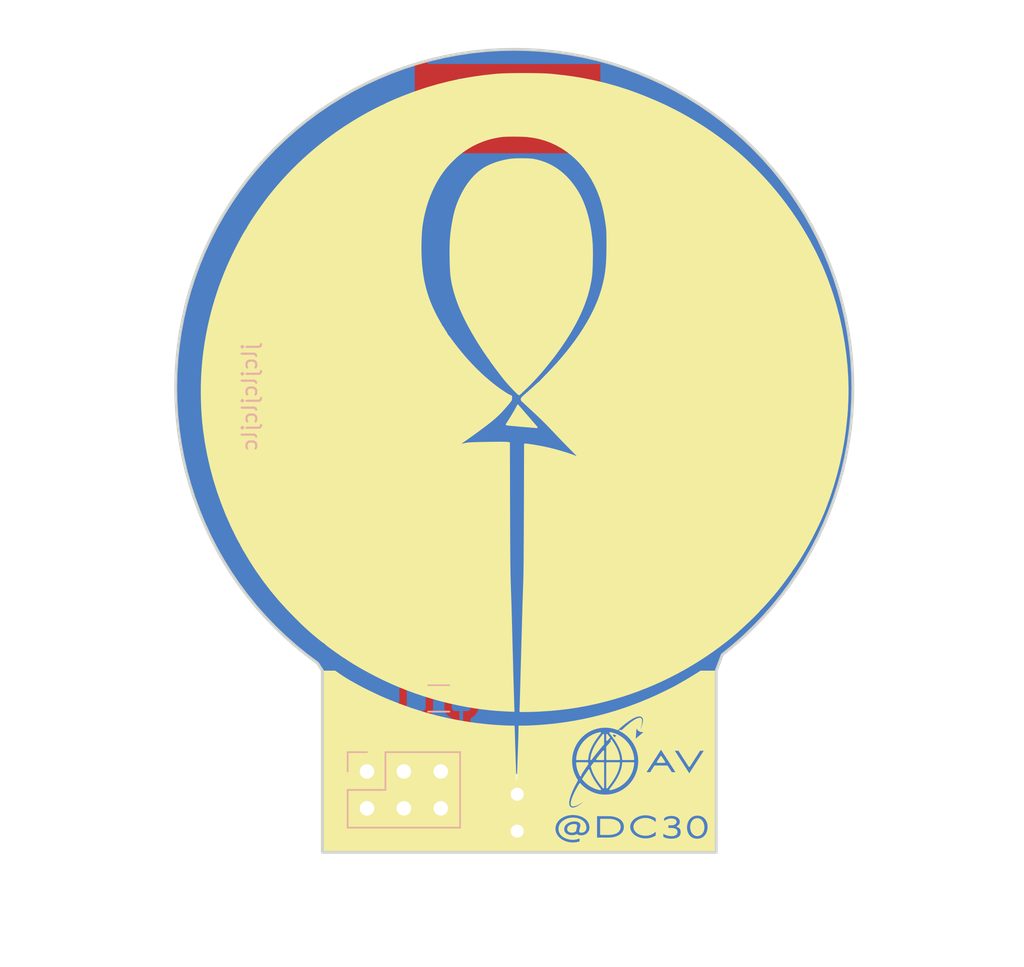
<source format=kicad_pcb>
(kicad_pcb (version 20220621) (generator pcbnew)
  (layers (0 "F.Cu" signal) (31 "B.Cu" signal) (34 "B.Paste" user) (35 "F.Paste" user) (36 "B.SilkS" user "B.Silkscreen") (37 "F.SilkS" user "F.Silkscreen") (38 "B.Mask" user) (39 "F.Mask" user) (44 "Edge.Cuts" user))
  (net 0 "")
  (net 1 "Net-(D1-K)")
  (net 2 "Net-(D1-A)")
  (net 3 "Net-(J1-Pin_1)")
  (footprint "LED_THT:LED_D5.0mm" (layer "F.Cu") (at 207.2 110.24 90)
    (fp_text reference "D1" hide)
    (fp_text value "LED")
  )
  (footprint "Connector_PinHeader_2.54mm:PinHeader_2x03_P2.54mm_Vertical" (layer "B.Cu") (at 196.86 106.13 -90)
    (fp_text reference "J1" hide)
    (fp_text value "Conn_02x03_Counter_Clockwise")
  )
  (footprint "Resistor_SMD:R_1206_3216Metric_Pad1.30x1.75mm_HandSolder" (layer "B.Cu") (at 201.8 101.1 180)
    (fp_text reference "R1" hide)
    (fp_text value "R")
  )
  (gr_poly (pts (xy 213.850906 103.808593) (xy 213.864364 103.826728) (xy 213.850669 103.808279) (xy 213.837018 103.789678)) (stroke (width 0.1)) (fill solid) (layer "F.SilkS"))
  (gr_poly (pts (xy 211.555551 106.396592) (xy 211.560968 106.406504) (xy 211.566512 106.416339) (xy 211.560963 106.406517) (xy 211.555526 106.396617) (xy 211.544756 106.376755) (xy 211.544808 106.376704)) (stroke (width 0.1)) (fill solid) (layer "F.SilkS"))
  (gr_poly (pts (xy 213.87872 103.846232) (xy 213.885616 103.855776) (xy 213.892467 103.865436) (xy 213.891538 103.864144) (xy 213.884799 103.854649) (xy 213.878312 103.845677)) (stroke (width 0.1)) (fill solid) (layer "F.SilkS"))
  (gr_poly (pts (xy 213.676123 103.984194) (xy 213.682724 103.993786) (xy 213.691154 104.006298) (xy 213.669432 103.97468)) (stroke (width 0.1)) (fill solid) (layer "F.SilkS"))
  (gr_poly (pts (xy 212.040284 105.552817) (xy 212.041132 105.562288) (xy 212.043092 105.581172) (xy 212.04736 105.618869) (xy 211.927736 105.788898) (xy 211.810409 105.960588) (xy 211.752775 106.047161) (xy 211.695918 106.134275) (xy 211.639906 106.221974) (xy 211.584805 106.310299) (xy 211.544808 106.376704) (xy 211.519879 106.329517) (xy 211.496177 106.28158) (xy 211.473727 106.232915) (xy 211.45255 106.18354) (xy 211.432668 106.133478) (xy 211.414105 106.082749) (xy 211.396883 106.031373) (xy 211.381025 105.979372) (xy 211.366552 105.926766) (xy 211.353489 105.873575) (xy 211.341857 105.81982) (xy 211.331679 105.765523) (xy 211.322977 105.710703) (xy 211.315775 105.655382) (xy 211.310095 105.59958) (xy 211.305959 105.543318) (xy 212.039557 105.543318)) (stroke (width 0.1)) (fill solid) (layer "F.SilkS"))
  (gr_poly (pts (xy 217.340526 105.48699) (xy 216.857919 105.48699) (xy 217.097801 105.111613)) (stroke (width 0.1)) (fill solid) (layer "F.SilkS"))
  (gr_poly (pts (xy 215.199333 105.629312) (xy 215.188798 105.714212) (xy 215.174763 105.797941) (xy 215.157304 105.880423) (xy 215.136499 105.961578) (xy 215.112424 106.041332) (xy 215.085157 106.119606) (xy 215.054776 106.196324) (xy 215.021358 106.271408) (xy 214.98498 106.344782) (xy 214.94572 106.416368) (xy 214.903654 106.486089) (xy 214.85886 106.553869) (xy 214.811416 106.619629) (xy 214.761399 106.683294) (xy 214.708886 106.744786) (xy 214.653954 106.804027) (xy 214.596681 106.860942) (xy 214.537144 106.915452) (xy 214.47542 106.967481) (xy 214.411587 107.016952) (xy 214.345723 107.063787) (xy 214.277903 107.107909) (xy 214.208207 107.149243) (xy 214.13671 107.187709) (xy 214.063491 107.223232) (xy 213.988627 107.255734) (xy 213.912194 107.285138) (xy 213.834271 107.311367) (xy 213.754935 107.334345) (xy 213.674262 107.353993) (xy 213.592331 107.370235) (xy 213.742545 107.178429) (xy 213.891587 106.975036) (xy 213.964058 106.869172) (xy 214.034304 106.760625) (xy 214.101681 106.649467) (xy 214.165544 106.535769) (xy 214.22525 106.419602) (xy 214.280155 106.301039) (xy 214.329615 106.180149) (xy 214.372985 106.057006) (xy 214.409621 105.931679) (xy 214.43888 105.804241) (xy 214.460118 105.674764) (xy 214.47269 105.543318) (xy 215.206288 105.543318)) (stroke (width 0.1)) (fill solid) (layer "F.SilkS"))
  (gr_poly (pts (xy 213.13391 105.295891) (xy 212.685771 105.295891) (xy 212.796447 105.154311) (xy 212.907971 105.013374) (xy 213.020429 104.873188) (xy 213.13391 104.733858)) (stroke (width 0.1)) (fill solid) (layer "F.SilkS"))
  (gr_poly (pts (xy 213.773098 104.125572) (xy 213.82283 104.202567) (xy 213.870849 104.280589) (xy 213.916922 104.359636) (xy 213.960813 104.439705) (xy 214.002289 104.520792) (xy 214.041116 104.602895) (xy 214.077059 104.68601) (xy 214.109885 104.770133) (xy 214.139359 104.855263) (xy 214.165247 104.941396) (xy 214.187316 105.028528) (xy 214.20533 105.116657) (xy 214.219057 105.205779) (xy 214.228261 105.295891) (xy 213.378339 105.295891) (xy 213.378339 104.442816) (xy 213.441972 104.368392) (xy 213.473903 104.331276) (xy 213.506082 104.294402) (xy 213.613557 104.172827) (xy 213.721781 104.051832) (xy 213.708707 104.032525) (xy 213.695752 104.013122) (xy 213.691154 104.006298)) (stroke (width 0.1)) (fill solid) (layer "F.SilkS"))
  (gr_poly (pts (xy 207.65391 58.080113) (xy 208.209565 58.083142) (xy 208.728277 58.092221) (xy 208.962427 58.09903) (xy 209.173718 58.107352) (xy 209.357609 58.117187) (xy 209.509559 58.128534) (xy 210.482835 58.233855) (xy 210.957303 58.298922) (xy 211.424825 58.372561) (xy 211.886278 58.454997) (xy 212.342535 58.546454) (xy 212.794474 58.647159) (xy 213.24297 58.757336) (xy 213.688899 58.87721) (xy 214.133135 59.007006) (xy 214.576555 59.14695) (xy 215.020035 59.297267) (xy 215.46445 59.458182) (xy 215.910675 59.62992) (xy 216.812061 60.006766) (xy 217.465199 60.306781) (xy 218.111132 60.629372) (xy 218.748152 60.973507) (xy 219.374547 61.338152) (xy 219.988607 61.722277) (xy 220.588622 62.124848) (xy 221.172882 62.544835) (xy 221.739676 62.981204) (xy 221.962963 63.161816) (xy 222.207683 63.363749) (xy 222.425429 63.546711) (xy 222.509059 63.618488) (xy 222.567792 63.670413) (xy 222.834494 63.910554) (xy 222.968305 64.035055) (xy 223.156222 64.215434) (xy 223.373303 64.427522) (xy 223.594602 64.647149) (xy 223.969101 65.031525) (xy 224.33478 65.425918) (xy 224.691391 65.830027) (xy 225.038689 66.243552) (xy 225.376429 66.666193) (xy 225.704364 67.097649) (xy 226.022249 67.537622) (xy 226.329837 67.985809) (xy 226.52935 68.288091) (xy 226.710663 68.574365) (xy 226.916162 68.913122) (xy 227.188236 69.372856) (xy 227.309742 69.592617) (xy 227.489597 69.929983) (xy 227.666192 70.268187) (xy 227.777915 70.490462) (xy 227.982242 70.92227) (xy 228.143847 71.274852) (xy 228.304323 71.648932) (xy 228.462123 72.040316) (xy 228.615702 72.44481) (xy 228.763516 72.858217) (xy 228.904017 73.276345) (xy 229.03566 73.694999) (xy 229.1569 74.109984) (xy 229.360863 74.899316) (xy 229.536836 75.710392) (xy 229.683766 76.534595) (xy 229.800598 77.363309) (xy 229.886277 78.187916) (xy 229.939747 78.999801) (xy 229.959955 79.790346) (xy 229.957255 80.174923) (xy 229.945844 80.550934) (xy 229.933499 80.830367) (xy 229.921803 81.076374) (xy 229.912076 81.262348) (xy 229.90564 81.361685) (xy 229.867658 81.793494) (xy 229.785739 82.568452) (xy 229.673669 83.349906) (xy 229.532164 84.134795) (xy 229.361944 84.920064) (xy 229.163726 85.702652) (xy 228.938228 86.479503) (xy 228.686168 87.247558) (xy 228.408265 88.00376) (xy 228.251626 88.390763) (xy 228.075151 88.796323) (xy 227.88187 89.214385) (xy 227.67481 89.638897) (xy 227.456999 90.063803) (xy 227.231466 90.483051) (xy 227.001239 90.890587) (xy 226.769346 91.280356) (xy 226.650848 91.471714) (xy 226.533216 91.657309) (xy 226.420701 91.830834) (xy 226.317555 91.985987) (xy 226.228031 92.116462) (xy 226.156379 92.215955) (xy 226.128585 92.252114) (xy 226.106853 92.278163) (xy 226.091716 92.293314) (xy 226.086786 92.296557) (xy 226.083704 92.29678) (xy 226.082526 92.296106) (xy 226.081315 92.295517) (xy 226.080073 92.295012) (xy 226.078805 92.294591) (xy 226.077511 92.294253) (xy 226.076195 92.293996) (xy 226.074859 92.293819) (xy 226.073506 92.293722) (xy 226.072139 92.293703) (xy 226.070761 92.293762) (xy 226.069373 92.293897) (xy 226.067978 92.294107) (xy 226.06658 92.294392) (xy 226.06518 92.294751) (xy 226.063782 92.295181) (xy 226.062388 92.295683) (xy 226.061 92.296255) (xy 226.059622 92.296897) (xy 226.058256 92.297607) (xy 226.056904 92.298384) (xy 226.05557 92.299228) (xy 226.054255 92.300137) (xy 226.052963 92.30111) (xy 226.051696 92.302146) (xy 226.050456 92.303245) (xy 226.049247 92.304405) (xy 226.048071 92.305625) (xy 226.04693 92.306905) (xy 226.045828 92.308242) (xy 226.044767 92.309637) (xy 226.043749 92.311088) (xy 226.042777 92.312594) (xy 226.040807 92.315911) (xy 226.039201 92.318892) (xy 226.038534 92.320256) (xy 226.037957 92.321535) (xy 226.037469 92.32273) (xy 226.037071 92.32384) (xy 226.036763 92.324864) (xy 226.036543 92.325802) (xy 226.036413 92.326655) (xy 226.036371 92.327421) (xy 226.036417 92.328101) (xy 226.036551 92.328694) (xy 226.036773 92.3292) (xy 226.037083 92.329619) (xy 226.03748 92.32995) (xy 226.037964 92.330193) (xy 226.038535 92.330348) (xy 226.039192 92.330415) (xy 226.039935 92.330393) (xy 226.040765 92.330282) (xy 226.04168 92.330082) (xy 226.042681 92.329792) (xy 226.043767 92.329413) (xy 226.044938 92.328944) (xy 226.046193 92.328384) (xy 226.047533 92.327734) (xy 226.050466 92.32616) (xy 226.053733 92.324222) (xy 226.055236 92.323313) (xy 226.05672 92.322458) (xy 226.058184 92.321655) (xy 226.059625 92.320905) (xy 226.061041 92.320208) (xy 226.062431 92.319565) (xy 226.063792 92.318975) (xy 226.065123 92.318439) (xy 226.066422 92.317956) (xy 226.067687 92.317528) (xy 226.068916 92.317153) (xy 226.070108 92.316833) (xy 226.071259 92.316567) (xy 226.072369 92.316356) (xy 226.073436 92.316199) (xy 226.074457 92.316097) (xy 226.075431 92.316051) (xy 226.076356 92.316059) (xy 226.077229 92.316123) (xy 226.07805 92.316242) (xy 226.078816 92.316416) (xy 226.079525 92.316647) (xy 226.080176 92.316933) (xy 226.080766 92.317276) (xy 226.081294 92.317674) (xy 226.081758 92.318129) (xy 226.082155 92.318641) (xy 226.082485 92.319209) (xy 226.082744 92.319834) (xy 226.082932 92.320516) (xy 226.083046 92.321255) (xy 226.083085 92.322052) (xy 226.075003 92.339563) (xy 226.051859 92.376604) (xy 225.966989 92.500333) (xy 225.689148 92.883744) (xy 225.355229 93.32913) (xy 225.200261 93.530328) (xy 225.070899 93.693338) (xy 224.894337 93.906931) (xy 224.704587 94.130422) (xy 224.512416 94.35181) (xy 224.328589 94.559096) (xy 224.163874 94.740279) (xy 224.029036 94.883359) (xy 223.976186 94.936861) (xy 223.934842 94.976337) (xy 223.90635 95.000287) (xy 223.897345 95.005971) (xy 223.892057 95.007211) (xy 223.890919 95.006883) (xy 223.889832 95.006617) (xy 223.888795 95.006413) (xy 223.88781 95.006268) (xy 223.886877 95.006183) (xy 223.885996 95.006157) (xy 223.885168 95.006188) (xy 223.884394 95.006275) (xy 223.883674 95.006417) (xy 223.883008 95.006614) (xy 223.882398 95.006865) (xy 223.881844 95.007168) (xy 223.881347 95.007522) (xy 223.880906 95.007927) (xy 223.880523 95.008381) (xy 223.880198 95.008883) (xy 223.879932 95.009434) (xy 223.879726 95.01003) (xy 223.879579 95.010673) (xy 223.879492 95.011359) (xy 223.879467 95.012089) (xy 223.879503 95.012862) (xy 223.879601 95.013677) (xy 223.879762 95.014532) (xy 223.879987 95.015426) (xy 223.880275 95.016359) (xy 223.880628 95.01733) (xy 223.881045 95.018338) (xy 223.881529 95.019381) (xy 223.882078 95.020458) (xy 223.882694 95.02157) (xy 223.883378 95.022714) (xy 223.882177 95.030189) (xy 223.873745 95.04417) (xy 223.836646 95.090252) (xy 223.691739 95.245117) (xy 223.472035 95.464958) (xy 223.200913 95.727424) (xy 222.901754 96.010163) (xy 222.597936 96.290825) (xy 222.31284 96.547057) (xy 222.069843 96.756509) (xy 221.617161 97.12411) (xy 221.154903 97.479874) (xy 220.683472 97.823587) (xy 220.203272 98.155034) (xy 219.714706 98.474002) (xy 219.218178 98.780274) (xy 218.714091 99.073636) (xy 218.20285 99.353874) (xy 217.684857 99.620773) (xy 217.160517 99.874118) (xy 216.630233 100.113695) (xy 216.094408 100.339288) (xy 215.553447 100.550684) (xy 215.007752 100.747667) (xy 214.457728 100.930023) (xy 213.903779 101.097537) (xy 213.246093 101.277398) (xy 212.597403 101.435318) (xy 211.953504 101.571989) (xy 211.31019 101.688104) (xy 210.663255 101.784354) (xy 210.008495 101.861432) (xy 209.341703 101.920031) (xy 208.658674 101.960843) (xy 208.658674 101.960641) (xy 208.418805 101.970504) (xy 208.169394 101.978608) (xy 207.939934 101.984098) (xy 207.759919 101.986117) (xy 207.407279 101.986416) (xy 207.424021 101.548251) (xy 207.579462 95.890405) (xy 207.618988 94.488729) (xy 207.659147 93.31232) (xy 207.679352 92.61609) (xy 207.69373 91.60037) (xy 207.711445 87.946548) (xy 207.723072 83.596789) (xy 207.789063 83.596789) (xy 207.859919 83.602366) (xy 207.980615 83.617743) (xy 208.321594 83.669779) (xy 208.712128 83.73666) (xy 208.894768 83.770594) (xy 209.052344 83.802151) (xy 209.3347 83.864894) (xy 209.623622 83.935218) (xy 209.914025 84.011636) (xy 210.200822 84.092663) (xy 210.478929 84.176811) (xy 210.74326 84.262594) (xy 210.988728 84.348526) (xy 211.210248 84.433121) (xy 211.261209 84.453345) (xy 211.30907 84.471896) (xy 211.352763 84.488389) (xy 211.391215 84.502441) (xy 211.423357 84.513667) (xy 211.448118 84.521683) (xy 211.457396 84.524367) (xy 211.464427 84.526105) (xy 211.469077 84.526849) (xy 211.470468 84.526833) (xy 211.471213 84.52655) (xy 211.461023 84.513055) (xy 211.428673 84.477522) (xy 211.306857 84.350018) (xy 211.124502 84.163386) (xy 210.900342 83.936975) (xy 210.634218 83.667106) (xy 210.337601 83.362154) (xy 210.046675 83.059539) (xy 209.79762 82.796683) (xy 209.599664 82.586815) (xy 209.413352 82.392214) (xy 209.234696 82.208913) (xy 209.059708 82.032943) (xy 208.8844 81.860337) (xy 208.704784 81.687127) (xy 208.516872 81.509346) (xy 208.316675 81.323025) (xy 208.026937 81.053808) (xy 207.79278 80.833908) (xy 207.71283 80.758357) (xy 207.63898 80.689235) (xy 207.57945 80.634184) (xy 207.54246 80.600848) (xy 207.535442 80.594471) (xy 207.528995 80.588) (xy 207.523113 80.581416) (xy 207.517788 80.574704) (xy 207.513015 80.567844) (xy 207.508784 80.56082) (xy 207.505091 80.553613) (xy 207.501927 80.546207) (xy 207.499287 80.538583) (xy 207.497162 80.530725) (xy 207.495547 80.522613) (xy 207.494433 80.514232) (xy 207.493815 80.505562) (xy 207.493686 80.496588) (xy 207.494038 80.48729) (xy 207.494864 80.477652) (xy 207.49679 80.466239) (xy 207.500255 80.454427) (xy 207.505458 80.442004) (xy 207.512594 80.428762) (xy 207.521859 80.41449) (xy 207.53345 80.398978) (xy 207.547563 80.382016) (xy 207.564395 80.363394) (xy 207.584141 80.342902) (xy 207.606999 80.320329) (xy 207.662834 80.268105) (xy 207.73347 80.205041) (xy 207.820478 80.129455) (xy 207.967645 80.00105) (xy 208.133645 79.853493) (xy 208.298129 79.705011) (xy 208.440751 79.573831) (xy 208.502007 79.517249) (xy 208.559985 79.46471) (xy 208.613355 79.417347) (xy 208.66079 79.376294) (xy 208.700962 79.342682) (xy 208.717908 79.329021) (xy 208.73254 79.317645) (xy 208.744692 79.308697) (xy 208.754198 79.302316) (xy 208.760891 79.298646) (xy 208.763131 79.297871) (xy 208.764606 79.297827) (xy 208.765679 79.298128) (xy 208.766726 79.298375) (xy 208.767747 79.298571) (xy 208.768741 79.298715) (xy 208.769706 79.298809) (xy 208.770641 79.298853) (xy 208.771545 79.298849) (xy 208.772418 79.298796) (xy 208.773258 79.298695) (xy 208.774064 79.298548) (xy 208.774835 79.298356) (xy 208.775571 79.298118) (xy 208.776269 79.297837) (xy 208.776929 79.297512) (xy 208.77755 79.297144) (xy 208.77813 79.296735) (xy 208.77867 79.296285) (xy 208.779167 79.295795) (xy 208.779621 79.295265) (xy 208.78003 79.294697) (xy 208.780394 79.294091) (xy 208.780711 79.293449) (xy 208.780981 79.29277) (xy 208.781202 79.292055) (xy 208.781373 79.291306) (xy 208.781494 79.290524) (xy 208.781563 79.289709) (xy 208.781578 79.288861) (xy 208.78154 79.287982) (xy 208.781447 79.287073) (xy 208.781298 79.286133) (xy 208.781092 79.285165) (xy 208.782516 79.281314) (xy 208.787605 79.273821) (xy 208.808042 79.248705) (xy 208.84093 79.211407) (xy 208.884792 79.163515) (xy 208.999544 79.042309) (xy 209.1405 78.897799) (xy 209.533737 78.49078) (xy 209.90847 78.084387) (xy 210.264553 77.678853) (xy 210.601839 77.27441) (xy 210.920181 76.871291) (xy 211.219431 76.469728) (xy 211.499443 76.069953) (xy 211.76007 75.672198) (xy 212.001164 75.276697) (xy 212.222578 74.883681) (xy 212.424166 74.493383) (xy 212.60578 74.106035) (xy 212.767274 73.72187) (xy 212.9085 73.341119) (xy 213.029311 72.964016) (xy 213.12956 72.590793) (xy 213.199741 72.283031) (xy 213.257307 71.987143) (xy 213.303271 71.692765) (xy 213.338644 71.389532) (xy 213.364437 71.06708) (xy 213.381661 70.715047) (xy 213.391329 70.323067) (xy 213.394452 69.880778) (xy 213.394216 69.585117) (xy 213.392926 69.34637) (xy 213.390128 69.153372) (xy 213.385371 68.994956) (xy 213.378203 68.859958) (xy 213.368171 68.737211) (xy 213.354825 68.61555) (xy 213.337711 68.483809) (xy 213.296737 68.2007) (xy 213.253149 67.934228) (xy 213.206556 67.68264) (xy 213.156567 67.444185) (xy 213.102792 67.217112) (xy 213.04484 66.999668) (xy 212.98232 66.790103) (xy 212.914841 66.586664) (xy 212.744322 66.14218) (xy 212.550494 65.718536) (xy 212.334241 65.31647) (xy 212.096446 64.936717) (xy 211.83799 64.580016) (xy 211.559758 64.247104) (xy 211.262633 63.938716) (xy 210.947497 63.655591) (xy 210.615233 63.398465) (xy 210.266725 63.168075) (xy 209.902855 62.965159) (xy 209.524506 62.790452) (xy 209.132562 62.644693) (xy 208.727905 62.528619) (xy 208.311418 62.442965) (xy 207.883985 62.38847) (xy 207.703388 62.376343) (xy 207.480502 62.367527) (xy 207.231427 62.362048) (xy 206.972265 62.359931) (xy 206.719115 62.361205) (xy 206.48808 62.365895) (xy 206.295258 62.374027) (xy 206.156751 62.385628) (xy 205.950128 62.415066) (xy 205.746593 62.450964) (xy 205.546104 62.493341) (xy 205.348618 62.542215) (xy 205.154094 62.597604) (xy 204.962489 62.659525) (xy 204.773761 62.727997) (xy 204.587866 62.803038) (xy 204.404764 62.884665) (xy 204.224411 62.972897) (xy 204.046764 63.067751) (xy 203.871783 63.169245) (xy 203.699424 63.277398) (xy 203.529644 63.392227) (xy 203.362402 63.51375) (xy 203.197655 63.641986) (xy 203.09165 63.731654) (xy 202.97045 63.841481) (xy 202.839845 63.965642) (xy 202.705619 64.098311) (xy 202.57356 64.233665) (xy 202.449456 64.365878) (xy 202.339091 64.489127) (xy 202.248255 64.597587) (xy 202.12811 64.752973) (xy 202.011665 64.913494) (xy 201.899022 65.07894) (xy 201.790281 65.2491) (xy 201.685541 65.423764) (xy 201.584904 65.60272) (xy 201.488469 65.78576) (xy 201.396337 65.972671) (xy 201.308608 66.163245) (xy 201.225383 66.357269) (xy 201.146761 66.554534) (xy 201.072844 66.75483) (xy 201.003731 66.957946) (xy 200.939523 67.163671) (xy 200.88032 67.371795) (xy 200.826223 67.582107) (xy 200.761991 67.857856) (xy 200.708827 68.115564) (xy 200.665694 68.363866) (xy 200.631557 68.611397) (xy 200.605377 68.866794) (xy 200.586119 69.13869) (xy 200.572747 69.435721) (xy 200.564223 69.766522) (xy 200.561455 70.171522) (xy 200.568501 70.562119) (xy 200.585639 70.939467) (xy 200.613142 71.304725) (xy 200.651289 71.659049) (xy 200.700353 72.003594) (xy 200.760612 72.339518) (xy 200.832341 72.667977) (xy 200.915816 72.990127) (xy 201.011313 73.307125) (xy 201.119108 73.620127) (xy 201.239477 73.93029) (xy 201.372695 74.23877) (xy 201.519039 74.546723) (xy 201.678784 74.855307) (xy 201.852207 75.165677) (xy 201.888946 75.229743) (xy 201.923271 75.290718) (xy 201.954428 75.347183) (xy 201.981664 75.397715) (xy 202.004226 75.440896) (xy 202.021359 75.475303) (xy 202.027655 75.488773) (xy 202.032312 75.499516) (xy 202.035235 75.507356) (xy 202.03633 75.512115) (xy 202.036428 75.51367) (xy 202.036581 75.515172) (xy 202.036785 75.516619) (xy 202.03704 75.518009) (xy 202.037345 75.519343) (xy 202.037697 75.520618) (xy 202.038096 75.521835) (xy 202.038541 75.52299) (xy 202.039028 75.524085) (xy 202.039558 75.525116) (xy 202.040128 75.526084) (xy 202.040738 75.526987) (xy 202.041385 75.527824) (xy 202.042069 75.528594) (xy 202.042787 75.529295) (xy 202.043539 75.529927) (xy 202.044323 75.530489) (xy 202.045137 75.530979) (xy 202.04598 75.531396) (xy 202.04685 75.531739) (xy 202.047747 75.532007) (xy 202.048668 75.532199) (xy 202.049613 75.532314) (xy 202.050579 75.532351) (xy 202.051565 75.532307) (xy 202.05257 75.532184) (xy 202.053592 75.531978) (xy 202.054631 75.53169) (xy 202.055683 75.531318) (xy 202.056749 75.53086) (xy 202.057826 75.530317) (xy 202.058913 75.529686) (xy 202.059998 75.529044) (xy 202.06107 75.528468) (xy 202.062126 75.527956) (xy 202.063165 75.527508) (xy 202.064187 75.527123) (xy 202.065189 75.526801) (xy 202.06617 75.526541) (xy 202.067129 75.526343) (xy 202.068065 75.526206) (xy 202.068976 75.526129) (xy 202.069861 75.526113) (xy 202.070719 75.526155) (xy 202.071548 75.526256) (xy 202.072347 75.526416) (xy 202.073114 75.526633) (xy 202.073849 75.526907) (xy 202.074549 75.527237) (xy 202.075215 75.527623) (xy 202.075843 75.528065) (xy 202.076433 75.528561) (xy 202.076983 75.529112) (xy 202.077493 75.529716) (xy 202.077961 75.530373) (xy 202.078385 75.531082) (xy 202.078764 75.531843) (xy 202.079097 75.532656) (xy 202.079383 75.533519) (xy 202.079619 75.534432) (xy 202.079805 75.535395) (xy 202.07994 75.536407) (xy 202.080022 75.537468) (xy 202.08005 75.538576) (xy 202.080901 75.542111) (xy 202.083398 75.548096) (xy 202.092995 75.566857) (xy 202.108166 75.593743) (xy 202.128238 75.627636) (xy 202.180392 75.711982) (xy 202.244071 75.810963) (xy 202.260695 75.836622) (xy 202.276693 75.861841) (xy 202.291988 75.886479) (xy 202.306506 75.910393) (xy 202.32017 75.93344) (xy 202.332904 75.955478) (xy 202.344632 75.976365) (xy 202.355278 75.995957) (xy 202.364767 76.014112) (xy 202.373021 76.030687) (xy 202.379966 76.04554) (xy 202.385524 76.058529) (xy 202.389621 76.06951) (xy 202.392181 76.078341) (xy 202.39286 76.081906) (xy 202.393126 76.084879) (xy 202.39297 76.087245) (xy 202.392382 76.088983) (xy 202.390893 76.091692) (xy 202.389656 76.094133) (xy 202.389132 76.095253) (xy 202.388669 76.096303) (xy 202.388268 76.097285) (xy 202.387929 76.098198) (xy 202.38765 76.09904) (xy 202.387433 76.099811) (xy 202.387276 76.100512) (xy 202.387179 76.10114) (xy 202.387142 76.101696) (xy 202.387165 76.102179) (xy 202.387246 76.102589) (xy 202.387387 76.102925) (xy 202.387586 76.103186) (xy 202.387844 76.103372) (xy 202.388159 76.103482) (xy 202.388533 76.103517) (xy 202.388963 76.103474) (xy 202.38945 76.103354) (xy 202.389995 76.103156) (xy 202.390595 76.102879) (xy 202.391252 76.102523) (xy 202.391964 76.102088) (xy 202.392732 76.101573) (xy 202.393555 76.100977) (xy 202.394432 76.100299) (xy 202.395365 76.09954) (xy 202.397391 76.097774) (xy 202.398602 76.09702) (xy 202.400095 76.096686) (xy 202.401861 76.096763) (xy 202.403891 76.097242) (xy 202.40871 76.099369) (xy 202.414482 76.102996) (xy 202.421138 76.108051) (xy 202.428609 76.114463) (xy 202.436825 76.12216) (xy 202.445716 76.131071) (xy 202.455213 76.141123) (xy 202.465247 76.152246) (xy 202.486648 76.177417) (xy 202.509363 76.20601) (xy 202.532836 76.237454) (xy 202.726512 76.500981) (xy 202.919888 76.756228) (xy 203.113245 77.00349) (xy 203.306863 77.243063) (xy 203.501025 77.475244) (xy 203.696011 77.700326) (xy 203.892102 77.918607) (xy 204.089578 78.130381) (xy 204.288722 78.335945) (xy 204.489813 78.535594) (xy 204.693133 78.729623) (xy 204.898963 78.918329) (xy 205.107584 79.102007) (xy 205.319276 79.280952) (xy 205.534321 79.45546) (xy 205.753 79.625827) (xy 205.883107 79.722518) (xy 206.024827 79.823357) (xy 206.170841 79.923579) (xy 206.313833 80.018418) (xy 206.446484 80.103108) (xy 206.561477 80.172885) (xy 206.610066 80.200691) (xy 206.651495 80.222981) (xy 206.684852 80.239161) (xy 206.70922 80.248633) (xy 206.725207 80.253551) (xy 206.739296 80.258148) (xy 206.751601 80.262589) (xy 206.762239 80.267038) (xy 206.766969 80.269318) (xy 206.771325 80.271663) (xy 206.775322 80.274092) (xy 206.778975 80.276627) (xy 206.782297 80.279288) (xy 206.785304 80.282097) (xy 206.78801 80.285073) (xy 206.790428 80.288238) (xy 206.792575 80.291612) (xy 206.794463 80.295216) (xy 206.796108 80.29907) (xy 206.797525 80.303196) (xy 206.798726 80.307613) (xy 206.799728 80.312343) (xy 206.800544 80.317407) (xy 206.80119 80.322824) (xy 206.802024 80.334804) (xy 206.802348 80.348448) (xy 206.802277 80.363921) (xy 206.801926 80.38139) (xy 206.80108 80.403437) (xy 206.799638 80.426268) (xy 206.797679 80.449221) (xy 206.79528 80.471635) (xy 206.79252 80.492849) (xy 206.789478 80.5122) (xy 206.786231 80.529029) (xy 206.784556 80.53629) (xy 206.782859 80.542673) (xy 206.77272 80.563736) (xy 206.751616 80.596354) (xy 206.681113 80.690891) (xy 206.580544 80.81556) (xy 206.459105 80.959639) (xy 206.32599 81.112404) (xy 206.190394 81.263132) (xy 206.061513 81.4011) (xy 205.948542 81.515585) (xy 205.898888 81.563245) (xy 205.843393 81.615398) (xy 205.722359 81.726419) (xy 205.600406 81.835118) (xy 205.54376 81.884368) (xy 205.492496 81.927963) (xy 205.344958 82.047591) (xy 205.149635 82.199869) (xy 204.661942 82.567964) (xy 204.122035 82.963428) (xy 203.622532 83.317441) (xy 203.523182 83.386513) (xy 203.430843 83.451322) (xy 203.347513 83.510424) (xy 203.275186 83.562374) (xy 203.215859 83.605727) (xy 203.171528 83.639041) (xy 203.144191 83.66087) (xy 203.137518 83.667026) (xy 203.13604 83.668835) (xy 203.135842 83.669769) (xy 203.137962 83.670394) (xy 203.142425 83.670332) (xy 203.15788 83.668265) (xy 203.181202 83.663798) (xy 203.211387 83.657162) (xy 203.247433 83.648589) (xy 203.288333 83.638308) (xy 203.380684 83.613547) (xy 203.43303 83.59981) (xy 203.491387 83.585953) (xy 203.553795 83.572351) (xy 203.618297 83.559384) (xy 203.682934 83.547428) (xy 203.745748 83.536862) (xy 203.80478 83.528063) (xy 203.858071 83.521408) (xy 204.047915 83.509133) (xy 204.362613 83.497567) (xy 205.195554 83.479237) (xy 206.014869 83.471761) (xy 206.312533 83.473762) (xy 206.478531 83.480481) (xy 206.647876 83.498825) (xy 206.659504 87.897574) (xy 206.667032 90.077648) (xy 206.67715 91.592924) (xy 206.691506 92.614214) (xy 206.71175 93.312332) (xy 206.751912 94.488741) (xy 206.791434 95.890417) (xy 206.883611 99.39822) (xy 206.946827 101.539685) (xy 206.963724 101.969272) (xy 206.544114 101.952734) (xy 205.972209 101.921691) (xy 205.39706 101.873675) (xy 204.819542 101.80892) (xy 204.240534 101.727659) (xy 203.660912 101.630124) (xy 203.081552 101.516548) (xy 202.503333 101.387164) (xy 201.927131 101.242205) (xy 201.353822 101.081904) (xy 200.784285 100.906494) (xy 200.219396 100.716208) (xy 199.660032 100.511278) (xy 199.107069 100.291937) (xy 198.561386 100.058419) (xy 198.023859 99.810955) (xy 197.495365 99.54978) (xy 197.209072 99.400788) (xy 196.920012 99.245639) (xy 196.634498 99.087973) (xy 196.358846 98.931427) (xy 196.099372 98.779642) (xy 195.862392 98.636255) (xy 195.654219 98.504904) (xy 195.481171 98.38923) (xy 195.448834 98.366892) (xy 195.418276 98.346052) (xy 195.390193 98.327166) (xy 195.36528 98.310691) (xy 195.344234 98.297082) (xy 195.327751 98.286797) (xy 195.316527 98.280291) (xy 195.313105 98.278598) (xy 195.311258 98.278021) (xy 195.290411 98.266782) (xy 195.241527 98.235443) (xy 195.080445 98.126722) (xy 194.869599 97.980376) (xy 194.650576 97.824924) (xy 194.474128 97.697521) (xy 194.328911 97.591495) (xy 194.267338 97.545969) (xy 194.212761 97.505152) (xy 194.16491 97.468832) (xy 194.123514 97.436798) (xy 194.088303 97.408838) (xy 194.059006 97.38474) (xy 194.035352 97.364292) (xy 194.017072 97.347283) (xy 194.009862 97.340002) (xy 194.003894 97.333501) (xy 193.999134 97.327754) (xy 193.995548 97.322734) (xy 193.993102 97.318415) (xy 193.991764 97.314771) (xy 193.991498 97.311774) (xy 193.99227 97.309399) (xy 193.992976 97.308216) (xy 193.993612 97.307065) (xy 193.994178 97.305949) (xy 193.994674 97.304868) (xy 193.995103 97.303823) (xy 193.995463 97.302815) (xy 193.995756 97.301846) (xy 193.995982 97.300916) (xy 193.996142 97.300027) (xy 193.996237 97.299179) (xy 193.996266 97.298374) (xy 193.996232 97.297612) (xy 193.996133 97.296895) (xy 193.995972 97.296223) (xy 193.995748 97.295598) (xy 193.995462 97.295021) (xy 193.995115 97.294492) (xy 193.994708 97.294014) (xy 193.99424 97.293586) (xy 193.993713 97.29321) (xy 193.993127 97.292887) (xy 193.992483 97.292617) (xy 193.991781 97.292403) (xy 193.991022 97.292245) (xy 193.990206 97.292144) (xy 193.989335 97.292101) (xy 193.988409 97.292117) (xy 193.987428 97.292193) (xy 193.986393 97.292331) (xy 193.985305 97.292531) (xy 193.984163 97.292794) (xy 193.98297 97.293121) (xy 193.976327 97.292842) (xy 193.966017 97.289281) (xy 193.93504 97.27283) (xy 193.836141 97.206232) (xy 193.696525 97.101587) (xy 193.526443 96.967156) (xy 193.336148 96.811201) (xy 193.135892 96.641983) (xy 192.935928 96.467763) (xy 192.746508 96.296802) (xy 192.685307 96.240554) (xy 192.630713 96.190675) (xy 192.58867 96.152582) (xy 192.565123 96.131695) (xy 192.494787 96.06665) (xy 192.374774 95.95031) (xy 192.040879 95.618992) (xy 191.673762 95.24823) (xy 191.383748 94.948514) (xy 190.808891 94.313544) (xy 190.259772 93.65396) (xy 189.737013 92.971091) (xy 189.241232 92.26627) (xy 188.773052 91.540829) (xy 188.333091 90.796098) (xy 187.92197 90.03341) (xy 187.54031 89.254096) (xy 187.18873 88.459487) (xy 186.867851 87.650916) (xy 186.578293 86.829714) (xy 186.320677 85.997213) (xy 186.095622 85.154743) (xy 185.90375 84.303638) (xy 185.74568 83.445227) (xy 185.622032 82.580844) (xy 185.561087 82.009912) (xy 185.515626 81.42174) (xy 185.485711 80.822144) (xy 185.471406 80.216943) (xy 185.472773 79.611953) (xy 185.489877 79.012993) (xy 185.522779 78.425879) (xy 185.571544 77.85643) (xy 185.625441 77.377049) (xy 185.689551 76.900027) (xy 185.763854 76.425434) (xy 185.848331 75.953337) (xy 185.942963 75.483805) (xy 186.04773 75.016908) (xy 186.162612 74.552713) (xy 186.28759 74.091291) (xy 186.422645 73.632708) (xy 186.567756 73.177035) (xy 186.722904 72.72434) (xy 186.888071 72.274691) (xy 187.063235 71.828158) (xy 187.248378 71.384809) (xy 187.443481 70.944712) (xy 187.648523 70.507937) (xy 187.793736 70.213113) (xy 187.945925 69.914635) (xy 188.097787 69.625747) (xy 188.24202 69.35969) (xy 188.371323 69.129706) (xy 188.478394 68.949038) (xy 188.52131 68.881334) (xy 188.55593 68.830926) (xy 188.581341 68.799466) (xy 188.590308 68.79136) (xy 188.596631 68.788612) (xy 188.597865 68.788583) (xy 188.599048 68.788496) (xy 188.600178 68.788353) (xy 188.601255 68.788154) (xy 188.602279 68.787903) (xy 188.603248 68.787599) (xy 188.604162 68.787245) (xy 188.60502 68.786842) (xy 188.605822 68.786392) (xy 188.606567 68.785895) (xy 188.607254 68.785353) (xy 188.607883 68.784768) (xy 188.608452 68.784141) (xy 188.608962 68.783474) (xy 188.609412 68.782768) (xy 188.6098 68.782024) (xy 188.610127 68.781244) (xy 188.610391 68.780429) (xy 188.610593 68.779581) (xy 188.61073 68.778701) (xy 188.610804 68.777791) (xy 188.610812 68.776852) (xy 188.610754 68.775885) (xy 188.610631 68.774892) (xy 188.61044 68.773875) (xy 188.610182 68.772835) (xy 188.609855 68.771772) (xy 188.609459 68.77069) (xy 188.608994 68.769588) (xy 188.608458 68.768469) (xy 188.607851 68.767334) (xy 188.607173 68.766185) (xy 188.606828 68.762205) (xy 188.608585 68.755011) (xy 188.612348 68.74478) (xy 188.618016 68.731692) (xy 188.634676 68.697663) (xy 188.65778 68.654353) (xy 188.686541 68.603195) (xy 188.720171 68.545622) (xy 188.757884 68.483065) (xy 188.798893 68.416955) (xy 188.977523 68.138146) (xy 189.166475 67.852996) (xy 189.362859 67.565558) (xy 189.563784 67.279885) (xy 189.766359 67.000029) (xy 189.967693 66.730045) (xy 190.164896 66.473984) (xy 190.355077 66.235899) (xy 190.690041 65.834999) (xy 191.034466 65.44223) (xy 191.388167 65.057746) (xy 191.75096 64.681702) (xy 192.122658 64.314253) (xy 192.503078 63.955554) (xy 192.892034 63.605759) (xy 193.289342 63.265023) (xy 193.694816 62.933501) (xy 194.108272 62.611347) (xy 194.529525 62.298716) (xy 194.958389 61.995763) (xy 195.39468 61.702643) (xy 195.838212 61.419509) (xy 196.288802 61.146518) (xy 196.746264 60.883823) (xy 196.937156 60.779017) (xy 197.143291 60.668965) (xy 197.352482 60.559814) (xy 197.552544 60.457707) (xy 197.731293 60.36879) (xy 197.876545 60.299207) (xy 197.976113 60.255102) (xy 198.004958 60.244525) (xy 198.01348 60.242441) (xy 198.017814 60.242622) (xy 198.018814 60.243201) (xy 198.019823 60.243707) (xy 198.02084 60.244143) (xy 198.021863 60.244508) (xy 198.02289 60.244803) (xy 198.023919 60.24503) (xy 198.024948 60.245189) (xy 198.025976 60.245281) (xy 198.027 60.245306) (xy 198.02802 60.245267) (xy 198.029033 60.245163) (xy 198.030038 60.244995) (xy 198.031032 60.244764) (xy 198.032014 60.244471) (xy 198.032983 60.244117) (xy 198.033936 60.243703) (xy 198.034871 60.243229) (xy 198.035788 60.242696) (xy 198.036683 60.242106) (xy 198.037556 60.241459) (xy 198.038404 60.240755) (xy 198.039226 60.239996) (xy 198.040021 60.239183) (xy 198.040785 60.238316) (xy 198.041518 60.237396) (xy 198.042217 60.236424) (xy 198.042882 60.235401) (xy 198.043509 60.234328) (xy 198.044098 60.233205) (xy 198.044646 60.232033) (xy 198.045153 60.230814) (xy 198.045615 60.229548) (xy 198.055432 60.219551) (xy 198.079448 60.203982) (xy 198.166374 60.157771) (xy 198.29899 60.094213) (xy 198.469894 60.016604) (xy 198.896951 59.832422) (xy 199.388324 59.6316) (xy 200.158648 59.341109) (xy 200.932946 59.080993) (xy 201.713474 58.850722) (xy 202.502485 58.649766) (xy 203.302233 58.477594) (xy 204.114974 58.333677) (xy 204.942962 58.217485) (xy 205.78845 58.128487) (xy 205.942693 58.117141) (xy 206.128574 58.107306) (xy 206.577084 58.092173) (xy 207.097643 58.083092) (xy 207.653916 58.080066)) (stroke (width 0.1)) (fill solid) (layer "F.SilkS"))
  (gr_poly (pts (xy 194.944884 99.437103) (xy 195.084563 99.53118) (xy 195.219986 99.620501) (xy 195.350455 99.704398) (xy 195.475272 99.782207) (xy 195.593738 99.85326) (xy 195.705154 99.916891) (xy 196.137944 100.158323) (xy 196.35273 100.275316) (xy 196.595763 100.402321) (xy 196.858888 100.535386) (xy 197.133947 100.670555) (xy 197.412783 100.803875) (xy 197.687237 100.931392) (xy 197.949155 101.049151) (xy 198.190377 101.153198) (xy 199.063178 101.502231) (xy 199.931435 101.813581) (xy 200.798008 102.087972) (xy 201.665759 102.326129) (xy 202.537549 102.528778) (xy 203.416239 102.696642) (xy 204.304689 102.830448) (xy 205.205762 102.930919) (xy 205.620304 102.964874) (xy 206.058073 102.993609) (xy 206.45673 103.013503) (xy 206.621911 103.019005) (xy 206.753937 103.020939) (xy 206.975733 103.020939) (xy 206.99139 103.586125) (xy 207.055396 105.629618) (xy 207.084194 106.42) (xy 207.100324 106.750169) (xy 207.100324 106.750221) (xy 207.100921 106.751928) (xy 207.101659 106.753593) (xy 207.102534 106.755214) (xy 207.10354 106.756789) (xy 207.104675 106.758317) (xy 207.105934 106.759795) (xy 207.108804 106.762599) (xy 207.112116 106.765186) (xy 207.115836 106.767545) (xy 207.119929 106.769661) (xy 207.124359 106.771522) (xy 207.129093 106.773115) (xy 207.134096 106.774426) (xy 207.139333 106.775442) (xy 207.144769 106.776151) (xy 207.15037 106.776539) (xy 207.156101 106.776593) (xy 207.161927 106.776299) (xy 207.167813 106.775646) (xy 207.22507 106.767532) (xy 207.280158 105.218118) (xy 207.319669 104.028715) (xy 207.332162 103.592853) (xy 207.337312 103.344847) (xy 207.339327 103.020991) (xy 207.663184 103.020681) (xy 207.819652 103.018949) (xy 207.996306 103.014105) (xy 208.39605 102.995866) (xy 208.834182 102.967543) (xy 209.282465 102.930712) (xy 209.75438 102.882546) (xy 210.22555 102.824365) (xy 210.695791 102.756218) (xy 211.164914 102.678155) (xy 211.632734 102.590225) (xy 212.099064 102.492478) (xy 212.563717 102.384962) (xy 213.026507 102.267727) (xy 213.487248 102.140822) (xy 213.945753 102.004296) (xy 214.401835 101.858199) (xy 214.855308 101.70258) (xy 215.305986 101.537489) (xy 215.753681 101.362973) (xy 216.198208 101.179084) (xy 216.63938 100.98587) (xy 216.84185 100.893204) (xy 217.062582 100.789603) (xy 217.517023 100.570146) (xy 217.919079 100.368602) (xy 218.074329 100.287391) (xy 218.185124 100.226071) (xy 218.33675 100.139283) (xy 218.540762 100.024326) (xy 218.819203 99.863474) (xy 219.159012 99.659946) (xy 219.514754 99.441863) (xy 219.840993 99.237346) (xy 220.886665 99.237346) (xy 220.886665 111.677672) (xy 193.733336 111.677672) (xy 193.733336 110.069966) (xy 209.785639 110.069966) (xy 209.787415 110.124976) (xy 209.792671 110.178854) (xy 209.801298 110.231561) (xy 209.813188 110.283055) (xy 209.828232 110.333296) (xy 209.846322 110.382244) (xy 209.867349 110.429859) (xy 209.891205 110.4761) (xy 209.917781 110.520928) (xy 209.946968 110.564301) (xy 209.978659 110.60618) (xy 210.012745 110.646524) (xy 210.049116 110.685293) (xy 210.087666 110.722447) (xy 210.128284 110.757945) (xy 210.170863 110.791746) (xy 210.261468 110.854101) (xy 210.358614 110.909187) (xy 210.461431 110.956684) (xy 210.569052 110.996267) (xy 210.680609 111.027616) (xy 210.795234 111.050407) (xy 210.912057 111.064318) (xy 211.030213 111.069027) (xy 211.077397 111.067831) (xy 211.133047 111.064222) (xy 211.195313 111.058165) (xy 211.26234 111.049629) (xy 211.332279 111.038578) (xy 211.403275 111.024981) (xy 211.473478 111.008804) (xy 211.507703 110.999738) (xy 211.541036 110.990014) (xy 211.541036 110.733182) (xy 212.647376 110.733182) (xy 213.513782 110.733182) (xy 213.603559 110.730602) (xy 213.695423 110.722731) (xy 213.788288 110.709369) (xy 213.881065 110.690319) (xy 213.972668 110.665382) (xy 214.01769 110.650644) (xy 214.06201 110.634359) (xy 214.105493 110.616504) (xy 214.148003 110.597053) (xy 214.189404 110.575981) (xy 214.229561 110.553265) (xy 214.268336 110.528877) (xy 214.305595 110.502795) (xy 214.341201 110.474994) (xy 214.375018 110.445447) (xy 214.406911 110.414132) (xy 214.436744 110.381022) (xy 214.464381 110.346093) (xy 214.489685 110.30932) (xy 214.512522 110.270679) (xy 214.532754 110.230145) (xy 214.550247 110.187692) (xy 214.564864 110.143296) (xy 214.576469 110.096933) (xy 214.584927 110.048577) (xy 214.590102 109.998203) (xy 214.591857 109.945788) (xy 214.930544 109.945788) (xy 214.931979 109.989179) (xy 214.93624 110.032004) (xy 214.943256 110.074211) (xy 214.952961 110.115745) (xy 214.965284 110.156554) (xy 214.980157 110.196585) (xy 214.997512 110.235783) (xy 215.01728 110.274096) (xy 215.039391 110.311471) (xy 215.063778 110.347855) (xy 215.090371 110.383193) (xy 215.119102 110.417434) (xy 215.149902 110.450523) (xy 215.182703 110.482408) (xy 215.25403 110.542351) (xy 215.332534 110.596836) (xy 215.417666 110.645439) (xy 215.508874 110.687733) (xy 215.60561 110.723293) (xy 215.707324 110.751691) (xy 215.813465 110.772503) (xy 215.923485 110.785303) (xy 216.036833 110.789664) (xy 216.088484 110.78871) (xy 216.139694 110.785866) (xy 216.190416 110.781162) (xy 216.240606 110.774627) (xy 216.290217 110.76629) (xy 216.339205 110.756179) (xy 216.387524 110.744323) (xy 216.435127 110.730752) (xy 216.48197 110.715494) (xy 216.528007 110.698578) (xy 216.573192 110.680034) (xy 216.61748 110.659889) (xy 216.640141 110.648536) (xy 217.20808 110.648536) (xy 217.233523 110.668946) (xy 217.262009 110.68786) (xy 217.293207 110.705302) (xy 217.326786 110.721297) (xy 217.362414 110.735869) (xy 217.399763 110.749045) (xy 217.4385 110.760848) (xy 217.478295 110.771304) (xy 217.518818 110.780436) (xy 217.559738 110.78827) (xy 217.600724 110.794832) (xy 217.641445 110.800144) (xy 217.681572 110.804233) (xy 217.720772 110.807123) (xy 217.758715 110.808838) (xy 217.795072 110.809405) (xy 217.867643 110.807768) (xy 217.938019 110.802796) (xy 218.005858 110.794392) (xy 218.038719 110.788874) (xy 218.070816 110.782462) (xy 218.102108 110.775145) (xy 218.13255 110.766911) (xy 218.162101 110.757747) (xy 218.190717 110.747643) (xy 218.218355 110.736586) (xy 218.244972 110.724564) (xy 218.270527 110.711565) (xy 218.294974 110.697577) (xy 218.318273 110.68259) (xy 218.340379 110.66659) (xy 218.36125 110.649566) (xy 218.380843 110.631505) (xy 218.399116 110.612397) (xy 218.416024 110.592229) (xy 218.431526 110.570989) (xy 218.445578 110.548666) (xy 218.458138 110.525247) (xy 218.469162 110.50072) (xy 218.478608 110.475074) (xy 218.486432 110.448298) (xy 218.492593 110.420378) (xy 218.497047 110.391303) (xy 218.49975 110.361061) (xy 218.500661 110.329641) (xy 218.499697 110.284335) (xy 218.498486 110.262992) (xy 218.496785 110.242492) (xy 218.494589 110.222816) (xy 218.491896 110.20394) (xy 218.488702 110.185843) (xy 218.485002 110.168504) (xy 218.480794 110.151901) (xy 218.476074 110.136011) (xy 218.470838 110.120815) (xy 218.465083 110.106288) (xy 218.458805 110.092411) (xy 218.452 110.079161) (xy 218.444665 110.066517) (xy 218.436796 110.054457) (xy 218.42839 110.042958) (xy 218.419442 110.032001) (xy 218.40995 110.021562) (xy 218.39991 110.011621) (xy 218.389318 110.002154) (xy 218.378171 109.993142) (xy 218.371307 109.988111) (xy 218.839298 109.988111) (xy 218.842242 110.066168) (xy 218.851083 110.143323) (xy 218.857716 110.181385) (xy 218.865826 110.219008) (xy 218.875414 110.25612) (xy 218.886482 110.29265) (xy 218.899029 110.328528) (xy 218.913057 110.363681) (xy 218.928567 110.398038) (xy 218.945561 110.431528) (xy 218.964039 110.46408) (xy 218.984001 110.495622) (xy 219.00545 110.526083) (xy 219.028387 110.555391) (xy 219.052811 110.583476) (xy 219.078725 110.610266) (xy 219.106129 110.635689) (xy 219.135025 110.659675) (xy 219.165413 110.682152) (xy 219.197294 110.703048) (xy 219.23067 110.722293) (xy 219.265542 110.739815) (xy 219.30191 110.755543) (xy 219.339775 110.769405) (xy 219.379139 110.78133) (xy 219.420003 110.791247) (xy 219.462368 110.799084) (xy 219.506234 110.80477) (xy 219.551603 110.808234) (xy 219.598476 110.809405) (xy 219.64385 110.808145) (xy 219.687893 110.80442) (xy 219.730599 110.79831) (xy 219.771961 110.789897) (xy 219.811971 110.779263) (xy 219.850622 110.766487) (xy 219.887906 110.751651) (xy 219.923817 110.734837) (xy 219.958347 110.716125) (xy 219.991489 110.695597) (xy 220.023236 110.673333) (xy 220.053581 110.649415) (xy 220.082516 110.623925) (xy 220.110033 110.596942) (xy 220.136127 110.568549) (xy 220.160789 110.538826) (xy 220.184013 110.507854) (xy 220.205791 110.475715) (xy 220.226115 110.44249) (xy 220.244979 110.40826) (xy 220.278298 110.337108) (xy 220.305688 110.26291) (xy 220.327093 110.186314) (xy 220.342453 110.107969) (xy 220.351712 110.028525) (xy 220.354811 109.94863) (xy 220.351867 109.870512) (xy 220.343032 109.793178) (xy 220.336404 109.754989) (xy 220.328302 109.717217) (xy 220.318725 109.679934) (xy 220.307673 109.643214) (xy 220.295145 109.607131) (xy 220.28114 109.571758) (xy 220.265659 109.537168) (xy 220.2487 109.503435) (xy 220.230264 109.470632) (xy 220.210348 109.438833) (xy 220.188954 109.40811) (xy 220.166081 109.378537) (xy 220.141728 109.350189) (xy 220.115894 109.323137) (xy 220.088579 109.297456) (xy 220.059782 109.273218) (xy 220.029504 109.250498) (xy 219.997742 109.229369) (xy 219.964498 109.209903) (xy 219.92977 109.192175) (xy 219.893558 109.176258) (xy 219.855862 109.162225) (xy 219.81668 109.150149) (xy 219.776013 109.140105) (xy 219.733859 109.132165) (xy 219.690219 109.126402) (xy 219.645091 109.122891) (xy 219.598476 109.121704) (xy 219.552845 109.12298) (xy 219.50856 109.126752) (xy 219.465628 109.132938) (xy 219.424055 109.141454) (xy 219.383849 109.152216) (xy 219.345016 109.165142) (xy 219.307562 109.180149) (xy 219.271495 109.197152) (xy 219.236822 109.21607) (xy 219.203548 109.236819) (xy 219.171681 109.259315) (xy 219.141227 109.283476) (xy 219.112193 109.309218) (xy 219.084586 109.336458) (xy 219.058412 109.365113) (xy 219.033679 109.3951) (xy 219.010393 109.426335) (xy 218.98856 109.458735) (xy 218.968187 109.492218) (xy 218.949282 109.526699) (xy 218.9159 109.598327) (xy 218.888466 109.672951) (xy 218.867036 109.749907) (xy 218.851661 109.82853) (xy 218.842398 109.908153) (xy 218.839298 109.988111) (xy 218.371307 109.988111) (xy 218.366465 109.984562) (xy 218.354195 109.976392) (xy 218.34136 109.968611) (xy 218.327955 109.961197) (xy 218.313976 109.954128) (xy 218.299421 109.947383) (xy 218.268563 109.934777) (xy 218.235355 109.923205) (xy 218.262782 109.909418) (xy 218.28796 109.894532) (xy 218.310957 109.878572) (xy 218.331837 109.861562) (xy 218.350667 109.843527) (xy 218.367514 109.824492) (xy 218.382442 109.804482) (xy 218.395518 109.783521) (xy 218.406809 109.761633) (xy 218.41638 109.738845) (xy 218.424297 109.71518) (xy 218.430626 109.690663) (xy 218.435434 109.665318) (xy 218.438787 109.639172) (xy 218.44075 109.612247) (xy 218.44139 109.58457) (xy 218.440577 109.55971) (xy 218.438167 109.53541) (xy 218.434197 109.511686) (xy 218.428706 109.488552) (xy 218.421733 109.466024) (xy 218.413317 109.444116) (xy 218.403496 109.422844) (xy 218.392309 109.402222) (xy 218.379795 109.382266) (xy 218.365993 109.36299) (xy 218.350942 109.34441) (xy 218.33468 109.32654) (xy 218.317245 109.309396) (xy 218.298678 109.292992) (xy 218.258298 109.262466) (xy 218.21385 109.235081) (xy 218.165645 109.210959) (xy 218.113992 109.190218) (xy 218.059201 109.17298) (xy 218.001583 109.159363) (xy 217.941447 109.149488) (xy 217.879104 109.143475) (xy 217.814864 109.141445) (xy 217.775756 109.142239) (xy 217.735891 109.144621) (xy 217.695572 109.148592) (xy 217.6551 109.154151) (xy 217.614776 109.161298) (xy 217.574903 109.170033) (xy 217.535783 109.180356) (xy 217.497717 109.192266) (xy 217.461006 109.205764) (xy 217.425954 109.220849) (xy 217.392861 109.237521) (xy 217.362029 109.255781) (xy 217.347556 109.265506) (xy 217.333761 109.275627) (xy 217.320682 109.286146) (xy 217.308357 109.297061) (xy 217.296824 109.308372) (xy 217.286121 109.320081) (xy 217.276284 109.332186) (xy 217.267352 109.344688) (xy 217.267352 109.646633) (xy 217.293375 109.622207) (xy 217.320621 109.598729) (xy 217.349058 109.576284) (xy 217.378652 109.554961) (xy 217.40937 109.534845) (xy 217.44118 109.516023) (xy 217.474047 109.498582) (xy 217.50794 109.482609) (xy 217.542825 109.468191) (xy 217.578669 109.455413) (xy 217.615439 109.444363) (xy 217.653102 109.435128) (xy 217.691625 109.427795) (xy 217.730974 109.422449) (xy 217.771117 109.419178) (xy 217.812021 109.418068) (xy 217.832031 109.418338) (xy 217.851319 109.419136) (xy 217.869891 109.420444) (xy 217.887751 109.422244) (xy 217.904907 109.42452) (xy 217.921364 109.427254) (xy 217.937127 109.430428) (xy 217.952203 109.434024) (xy 217.966596 109.438026) (xy 217.980312 109.442415) (xy 217.993358 109.447173) (xy 218.005738 109.452285) (xy 218.01746 109.45773) (xy 218.028527 109.463494) (xy 218.038946 109.469557) (xy 218.048724 109.475902) (xy 218.057864 109.482511) (xy 218.066373 109.489368) (xy 218.074258 109.496454) (xy 218.081522 109.503752) (xy 218.088173 109.511244) (xy 218.094215 109.518913) (xy 218.099655 109.526742) (xy 218.104499 109.534712) (xy 218.108751 109.542806) (xy 218.112418 109.551007) (xy 218.115505 109.559297) (xy 218.118017 109.567659) (xy 218.119962 109.576074) (xy 218.121344 109.584526) (xy 218.122169 109.592996) (xy 218.122443 109.601468) (xy 218.12125 109.61894) (xy 218.117664 109.636334) (xy 218.111672 109.653506) (xy 218.103261 109.670311) (xy 218.092419 109.686604) (xy 218.079135 109.702239) (xy 218.063394 109.717073) (xy 218.045186 109.730961) (xy 218.024497 109.743757) (xy 218.001315 109.755317) (xy 217.975628 109.765495) (xy 217.947423 109.774148) (xy 217.916688 109.78113) (xy 217.88341 109.786297) (xy 217.847578 109.789503) (xy 217.809178 109.790604) (xy 217.558032 109.790604) (xy 217.558032 110.069966) (xy 217.809178 110.069966) (xy 217.833844 110.070269) (xy 217.857577 110.071165) (xy 217.880388 110.072634) (xy 217.902285 110.074658) (xy 217.92328 110.077218) (xy 217.94338 110.080294) (xy 217.962598 110.083867) (xy 217.980941 110.087919) (xy 217.99842 110.092429) (xy 218.015046 110.09738) (xy 218.030827 110.10275) (xy 218.045773 110.108523) (xy 218.059895 110.114678) (xy 218.073202 110.121196) (xy 218.085703 110.128059) (xy 218.09741 110.135246) (xy 218.10833 110.14274) (xy 218.118476 110.15052) (xy 218.127855 110.158568) (xy 218.136478 110.166865) (xy 218.144355 110.17539) (xy 218.151496 110.184127) (xy 218.15791 110.193054) (xy 218.163607 110.202153) (xy 218.168597 110.211405) (xy 218.17289 110.220791) (xy 218.176496 110.230291) (xy 218.179424 110.239887) (xy 218.181684 110.24956) (xy 218.183287 110.259289) (xy 218.184241 110.269057) (xy 218.184557 110.278843) (xy 218.183381 110.307739) (xy 218.179778 110.33513) (xy 218.173636 110.360967) (xy 218.169579 110.373287) (xy 218.164845 110.3852) (xy 218.15942 110.396699) (xy 218.153292 110.407779) (xy 218.146445 110.418434) (xy 218.138866 110.428656) (xy 218.13054 110.43844) (xy 218.121454 110.447779) (xy 218.111595 110.456668) (xy 218.100947 110.465101) (xy 218.089497 110.47307) (xy 218.077231 110.48057) (xy 218.064136 110.487595) (xy 218.050196 110.494138) (xy 218.035399 110.500193) (xy 218.01973 110.505754) (xy 217.98572 110.51537) (xy 217.948056 110.522935) (xy 217.906626 110.5284) (xy 217.861318 110.531716) (xy 217.812021 110.532832) (xy 217.779317 110.532033) (xy 217.743935 110.529617) (xy 217.706304 110.525555) (xy 217.666855 110.519819) (xy 217.626016 110.512378) (xy 217.584219 110.503206) (xy 217.541892 110.492272) (xy 217.499466 110.479548) (xy 217.457371 110.465005) (xy 217.416037 110.448614) (xy 217.375893 110.430347) (xy 217.33737 110.410173) (xy 217.300897 110.388066) (xy 217.266904 110.363995) (xy 217.250972 110.351214) (xy 217.235822 110.337932) (xy 217.221506 110.324145) (xy 217.20808 110.309848) (xy 217.20808 110.648536) (xy 216.640141 110.648536) (xy 216.660825 110.638174) (xy 216.703181 110.614916) (xy 216.744503 110.590145) (xy 216.784746 110.56389) (xy 216.784746 110.151822) (xy 216.749744 110.192557) (xy 216.712558 110.231114) (xy 216.673321 110.267429) (xy 216.632165 110.301441) (xy 216.589223 110.333089) (xy 216.544627 110.36231) (xy 216.498509 110.389042) (xy 216.451003 110.413223) (xy 216.40224 110.434791) (xy 216.352352 110.453685) (xy 216.301473 110.469841) (xy 216.249734 110.4832) (xy 216.197269 110.493697) (xy 216.144208 110.501272) (xy 216.090686 110.505863) (xy 216.036833 110.507407) (xy 215.996344 110.506685) (xy 215.956399 110.504541) (xy 215.917047 110.50101) (xy 215.878338 110.496123) (xy 215.840319 110.489917) (xy 215.803039 110.482422) (xy 215.766547 110.473675) (xy 215.730891 110.463707) (xy 215.69612 110.452552) (xy 215.662282 110.440245) (xy 215.629426 110.426819) (xy 215.5976 110.412306) (xy 215.566854 110.396742) (xy 215.537235 110.380159) (xy 215.508792 110.362591) (xy 215.481574 110.344072) (xy 215.455629 110.324635) (xy 215.431007 110.304314) (xy 215.407754 110.283142) (xy 215.385921 110.261153) (xy 215.365555 110.238381) (xy 215.346705 110.214859) (xy 215.32942 110.190621) (xy 215.313749 110.1657) (xy 215.299739 110.14013) (xy 215.28744 110.113945) (xy 215.276899 110.087177) (xy 215.268166 110.059862) (xy 215.261289 110.032031) (xy 215.256317 110.00372) (xy 215.253298 109.974961) (xy 215.252281 109.945788) (xy 215.253298 109.916607) (xy 215.256317 109.887825) (xy 215.261289 109.859476) (xy 215.268166 109.831594) (xy 215.276899 109.804216) (xy 215.28744 109.777374) (xy 215.299739 109.751104) (xy 215.313749 109.72544) (xy 215.32942 109.700417) (xy 215.346705 109.676069) (xy 215.365555 109.652432) (xy 215.385921 109.629539) (xy 215.407754 109.607426) (xy 215.431007 109.586127) (xy 215.481574 109.546108) (xy 215.537235 109.509761) (xy 215.5976 109.477362) (xy 215.662282 109.449187) (xy 215.730891 109.425514) (xy 215.803039 109.40662) (xy 215.878338 109.392781) (xy 215.956399 109.384275) (xy 216.036833 109.381378) (xy 216.090717 109.382985) (xy 216.144324 109.387755) (xy 216.19751 109.395608) (xy 216.250131 109.406466) (xy 216.302041 109.42025) (xy 216.353096 109.436883) (xy 216.403151 109.456285) (xy 216.452061 109.478379) (xy 216.499681 109.503086) (xy 216.545867 109.530326) (xy 216.590473 109.560023) (xy 216.633355 109.592097) (xy 216.674368 109.626469) (xy 216.713368 109.663062) (xy 216.750208 109.701797) (xy 216.784746 109.742596) (xy 216.784746 109.327738) (xy 216.744968 109.301451) (xy 216.703991 109.27659) (xy 216.661872 109.253192) (xy 216.61867 109.231295) (xy 216.574442 109.210935) (xy 216.529247 109.19215) (xy 216.483142 109.174978) (xy 216.436185 109.159455) (xy 216.388435 109.145618) (xy 216.339949 109.133506) (xy 216.290786 109.123155) (xy 216.241002 109.114602) (xy 216.190658 109.107885) (xy 216.139809 109.103041) (xy 216.088515 109.100107) (xy 216.036833 109.099121) (xy 215.979778 109.100228) (xy 215.923485 109.103514) (xy 215.868025 109.108923) (xy 215.813465 109.116402) (xy 215.759875 109.125896) (xy 215.707324 109.137351) (xy 215.655879 109.150714) (xy 215.60561 109.165929) (xy 215.556585 109.182942) (xy 215.508874 109.201699) (xy 215.462544 109.222146) (xy 215.417666 109.244229) (xy 215.374306 109.267893) (xy 215.332534 109.293084) (xy 215.292419 109.319747) (xy 215.25403 109.34783) (xy 215.217435 109.377276) (xy 215.182703 109.408033) (xy 215.149902 109.440045) (xy 215.119102 109.473259) (xy 215.090371 109.50762) (xy 215.063778 109.543074) (xy 215.039391 109.579566) (xy 215.01728 109.617043) (xy 214.997512 109.655451) (xy 214.980157 109.694734) (xy 214.965284 109.734838) (xy 214.952961 109.775711) (xy 214.943256 109.817296) (xy 214.93624 109.85954) (xy 214.931979 109.902389) (xy 214.930544 109.945788) (xy 214.591857 109.945788) (xy 214.590102 109.893372) (xy 214.584927 109.842999) (xy 214.576469 109.794643) (xy 214.564864 109.74828) (xy 214.550247 109.703884) (xy 214.532754 109.661431) (xy 214.512522 109.620897) (xy 214.489685 109.582256) (xy 214.464381 109.545483) (xy 214.436744 109.510554) (xy 214.406911 109.477444) (xy 214.375018 109.446129) (xy 214.341201 109.416582) (xy 214.305595 109.38878) (xy 214.268336 109.362698) (xy 214.229561 109.338311) (xy 214.148003 109.294523) (xy 214.06201 109.257217) (xy 213.972668 109.226194) (xy 213.881065 109.201257) (xy 213.788288 109.182207) (xy 213.695423 109.168845) (xy 213.603559 109.160974) (xy 213.513782 109.158394) (xy 212.647376 109.158394) (xy 212.647376 110.733182) (xy 211.541036 110.733182) (xy 211.541036 110.676751) (xy 211.501564 110.691507) (xy 211.463523 110.705101) (xy 211.426822 110.717563) (xy 211.391369 110.728921) (xy 211.357074 110.739205) (xy 211.323845 110.748444) (xy 211.291592 110.756665) (xy 211.260224 110.763899) (xy 211.229649 110.770173) (xy 211.199778 110.775517) (xy 211.170518 110.77996) (xy 211.141779 110.78353) (xy 211.11347 110.786257) (xy 211.0855 110.788169) (xy 211.057778 110.789295) (xy 211.030213 110.789664) (xy 210.963383 110.787567) (xy 210.891787 110.781091) (xy 210.816677 110.769959) (xy 210.739306 110.753894) (xy 210.660926 110.73262) (xy 210.58279 110.70586) (xy 210.544205 110.690336) (xy 210.506151 110.673337) (xy 210.468784 110.654827) (xy 210.432261 110.634773) (xy 210.396739 110.61314) (xy 210.362373 110.589893) (xy 210.329321 110.564997) (xy 210.297739 110.538418) (xy 210.267784 110.510122) (xy 210.239612 110.480073) (xy 210.213381 110.448238) (xy 210.189245 110.414581) (xy 210.167363 110.379068) (xy 210.14789 110.341664) (xy 210.130984 110.302335) (xy 210.1168 110.261046) (xy 210.105496 110.217763) (xy 210.097228 110.17245) (xy 210.092152 110.125074) (xy 210.090425 110.075599) (xy 210.091576 110.041264) (xy 210.094997 110.007089) (xy 210.100646 109.973136) (xy 210.108479 109.939464) (xy 210.118451 109.906136) (xy 210.130519 109.873213) (xy 210.144639 109.840754) (xy 210.160766 109.808821) (xy 210.178857 109.777476) (xy 210.198868 109.746778) (xy 210.220755 109.71679) (xy 210.244474 109.687572) (xy 210.297232 109.631689) (xy 210.35679 109.579617) (xy 210.422798 109.531846) (xy 210.494903 109.488861) (xy 210.572754 109.451151) (xy 210.655999 109.419203) (xy 210.699535 109.405543) (xy 210.744288 109.393506) (xy 210.790214 109.383154) (xy 210.837268 109.374548) (xy 210.885408 109.367747) (xy 210.934588 109.362815) (xy 210.984766 109.35981) (xy 211.035896 109.358795) (xy 211.118307 109.361342) (xy 211.200014 109.368987) (xy 211.240404 109.374721) (xy 211.28038 109.381732) (xy 211.319862 109.390019) (xy 211.35877 109.399583) (xy 211.397025 109.410424) (xy 211.434547 109.422543) (xy 211.471257 109.435941) (xy 211.507074 109.450618) (xy 211.54192 109.466574) (xy 211.575715 109.48381) (xy 211.608379 109.502326) (xy 211.639833 109.522124) (xy 211.669997 109.543203) (xy 211.698792 109.565565) (xy 211.726137 109.589209) (xy 211.751954 109.614136) (xy 211.776163 109.640347) (xy 211.798685 109.667842) (xy 211.819439 109.696621) (xy 211.838346 109.726686) (xy 211.855327 109.758037) (xy 211.870301 109.790674) (xy 211.883191 109.824597) (xy 211.893915 109.859808) (xy 211.902395 109.896307) (xy 211.90855 109.934095) (xy 211.912302 109.973171) (xy 211.91357 110.013536) (xy 211.913248 110.028499) (xy 211.912288 110.043215) (xy 211.910693 110.05767) (xy 211.908471 110.071848) (xy 211.905627 110.085735) (xy 211.902166 110.099315) (xy 211.898094 110.112574) (xy 211.893417 110.125496) (xy 211.888141 110.138067) (xy 211.882271 110.150271) (xy 211.875813 110.162094) (xy 211.868773 110.17352) (xy 211.861155 110.184536) (xy 211.852967 110.195124) (xy 211.844214 110.205272) (xy 211.834901 110.214963) (xy 211.825033 110.224183) (xy 211.814618 110.232917) (xy 211.80366 110.241149) (xy 211.792165 110.248865) (xy 211.780139 110.25605) (xy 211.767587 110.262689) (xy 211.754515 110.268766) (xy 211.74093 110.274268) (xy 211.726835 110.279178) (xy 211.712238 110.283482) (xy 211.697144 110.287166) (xy 211.681558 110.290213) (xy 211.665487 110.292609) (xy 211.648936 110.294339) (xy 211.63191 110.295388) (xy 211.614415 110.295741) (xy 211.604036 110.295636) (xy 211.594086 110.295305) (xy 211.584599 110.294717) (xy 211.575609 110.293843) (xy 211.57131 110.29329) (xy 211.567147 110.292655) (xy 211.563125 110.291934) (xy 211.559248 110.291124) (xy 211.555519 110.290221) (xy 211.551943 110.289221) (xy 211.548525 110.288121) (xy 211.545267 110.286916) (xy 211.542175 110.285605) (xy 211.539253 110.284182) (xy 211.536504 110.282645) (xy 211.533933 110.280989) (xy 211.531544 110.279212) (xy 211.529341 110.277308) (xy 211.527328 110.275276) (xy 211.525509 110.273111) (xy 211.523889 110.270809) (xy 211.522472 110.268368) (xy 211.521261 110.265783) (xy 211.520261 110.26305) (xy 211.519476 110.260167) (xy 211.51891 110.257129) (xy 211.518568 110.253934) (xy 211.518453 110.250576) (xy 211.519341 110.223845) (xy 211.52185 110.197594) (xy 211.525749 110.171774) (xy 211.530806 110.146334) (xy 211.53679 110.121225) (xy 211.543469 110.096398) (xy 211.557985 110.047388) (xy 211.572501 109.998908) (xy 211.57918 109.974742) (xy 211.585164 109.950559) (xy 211.590221 109.92631) (xy 211.59412 109.901945) (xy 211.59663 109.877414) (xy 211.597518 109.852667) (xy 211.596878 109.829124) (xy 211.594985 109.806636) (xy 211.591871 109.785182) (xy 211.587573 109.764742) (xy 211.582126 109.745297) (xy 211.575564 109.726826) (xy 211.567924 109.709308) (xy 211.559239 109.692725) (xy 211.549546 109.677055) (xy 211.538879 109.662278) (xy 211.527274 109.648375) (xy 211.514766 109.635325) (xy 211.501389 109.623108) (xy 211.487179 109.611703) (xy 211.472171 109.601092) (xy 211.456401 109.591253) (xy 211.439903 109.582166) (xy 211.422712 109.573812) (xy 211.386394 109.559219) (xy 211.347729 109.547314) (xy 211.306996 109.537935) (xy 211.264477 109.530921) (xy 211.220454 109.52611) (xy 211.175207 109.523342) (xy 211.129018 109.522455) (xy 211.069523 109.524767) (xy 211.007994 109.531688) (xy 210.94524 109.543199) (xy 210.882072 109.559278) (xy 210.8193 109.579905) (xy 210.788315 109.591918) (xy 210.757734 109.605059) (xy 210.727657 109.619327) (xy 210.698186 109.634719) (xy 210.669421 109.651233) (xy 210.641465 109.668865) (xy 210.614418 109.687613) (xy 210.588382 109.707475) (xy 210.563458 109.728448) (xy 210.539747 109.75053) (xy 210.517351 109.773717) (xy 210.496371 109.798008) (xy 210.476909 109.823399) (xy 210.459065 109.849889) (xy 210.442941 109.877473) (xy 210.428638 109.906151) (xy 210.416257 109.935919) (xy 210.405901 109.966775) (xy 210.397669 109.998716) (xy 210.391664 110.03174) (xy 210.387987 110.065843) (xy 210.386739 110.101024) (xy 210.387629 110.13017) (xy 210.390256 110.158343) (xy 210.394553 110.185547) (xy 210.400455 110.211784) (xy 210.407895 110.237059) (xy 210.416806 110.261373) (xy 210.427124 110.28473) (xy 210.438781 110.307132) (xy 210.451711 110.328584) (xy 210.465849 110.349089) (xy 210.481128 110.368648) (xy 210.497482 110.387266) (xy 210.514845 110.404946) (xy 210.53315 110.42169) (xy 210.552332 110.437502) (xy 210.572324 110.452385) (xy 210.59306 110.466342) (xy 210.614474 110.479376) (xy 210.659072 110.502687) (xy 210.705588 110.522344) (xy 210.753492 110.538371) (xy 210.802255 110.550794) (xy 210.851349 110.559636) (xy 210.900243 110.564923) (xy 210.948409 110.56668) (xy 210.990091 110.565842) (xy 211.034218 110.563152) (xy 211.056972 110.56103) (xy 211.080064 110.558345) (xy 211.103405 110.555065) (xy 211.126902 110.551157) (xy 211.150465 110.546587) (xy 211.174004 110.541322) (xy 211.197427 110.53533) (xy 211.220644 110.528578) (xy 211.243563 110.521032) (xy 211.266094 110.512659) (xy 211.288146 110.503426) (xy 211.309628 110.4933) (xy 211.326411 110.504451) (xy 211.343888 110.514643) (xy 211.361961 110.52391) (xy 211.380529 110.532284) (xy 211.399494 110.539797) (xy 211.418758 110.546485) (xy 211.438219 110.552378) (xy 211.45778 110.557511) (xy 211.477342 110.561916) (xy 211.496804 110.565627) (xy 211.516067 110.568676) (xy 211.535034 110.571096) (xy 211.553603 110.572922) (xy 211.571677 110.574184) (xy 211.589156 110.574918) (xy 211.60594 110.575155) (xy 211.642716 110.574281) (xy 211.678427 110.571698) (xy 211.713067 110.567468) (xy 211.746627 110.561651) (xy 211.779103 110.55431) (xy 211.810487 110.545503) (xy 211.840772 110.535294) (xy 211.869953 110.523742) (xy 211.898021 110.510908) (xy 211.92497 110.496854) (xy 211.950794 110.48164) (xy 211.975485 110.465328) (xy 211.999038 110.447978) (xy 212.021445 110.429651) (xy 212.0427 110.410409) (xy 212.062795 110.390312) (xy 212.081725 110.369421) (xy 212.099482 110.347798) (xy 212.11606 110.325503) (xy 212.131452 110.302597) (xy 212.145651 110.279141) (xy 212.158651 110.255196) (xy 212.170445 110.230823) (xy 212.181026 110.206083) (xy 212.190387 110.181037) (xy 212.198521 110.155746) (xy 212.205423 110.130271) (xy 212.211085 110.104673) (xy 212.215501 110.079013) (xy 212.218663 110.053352) (xy 212.220565 110.027751) (xy 212.221201 110.00227) (xy 212.219378 109.945245) (xy 212.213997 109.890053) (xy 212.205186 109.836694) (xy 212.193073 109.785165) (xy 212.177788 109.735465) (xy 212.159458 109.687593) (xy 212.138213 109.641548) (xy 212.114181 109.597326) (xy 212.087491 109.554928) (xy 212.058271 109.514351) (xy 212.026651 109.475594) (xy 211.992758 109.438656) (xy 211.956722 109.403534) (xy 211.918672 109.370227) (xy 211.878734 109.338735) (xy 211.83704 109.309054) (xy 211.748893 109.255124) (xy 211.65526 109.208425) (xy 211.55717 109.168944) (xy 211.455653 109.136668) (xy 211.351738 109.111587) (xy 211.246454 109.093686) (xy 211.14083 109.082955) (xy 211.035896 109.079381) (xy 210.946496 109.081936) (xy 210.856468 109.089633) (xy 210.766372 109.102524) (xy 210.676772 109.120656) (xy 210.58823 109.14408) (xy 210.501308 109.172845) (xy 210.45863 109.189246) (xy 210.416569 109.207001) (xy 210.375193 109.226116) (xy 210.334574 109.246597) (xy 210.294782 109.268451) (xy 210.255887 109.291684) (xy 210.217959 109.316301) (xy 210.181069 109.34231) (xy 210.145287 109.369716) (xy 210.110683 109.398525) (xy 210.077328 109.428745) (xy 210.045291 109.46038) (xy 210.014644 109.493437) (xy 209.985456 109.527923) (xy 209.957797 109.563843) (xy 209.931739 109.601204) (xy 209.907351 109.640012) (xy 209.884704 109.680273) (xy 209.863867 109.721993) (xy 209.844911 109.765179) (xy 209.837734 109.783236) (xy 209.83102 109.801426) (xy 209.824769 109.819749) (xy 209.818981 109.838203) (xy 209.813656 109.856789) (xy 209.808794 109.875508) (xy 209.804395 109.894359) (xy 209.800458 109.913342) (xy 209.796985 109.932458) (xy 209.793975 109.951705) (xy 209.791428 109.971085) (xy 209.789344 109.990597) (xy 209.787723 110.010241) (xy 209.786565 110.030017) (xy 209.78587 110.049926) (xy 209.785639 110.069966) (xy 193.733336 110.069966) (xy 193.733336 108.299006) (xy 210.731379 108.299006) (xy 210.731752 108.324132) (xy 210.732992 108.349595) (xy 210.735282 108.375434) (xy 210.736879 108.388506) (xy 210.738806 108.401687) (xy 210.741087 108.414982) (xy 210.743745 108.428395) (xy 210.746802 108.441931) (xy 210.750282 108.455595) (xy 210.755357 108.469627) (xy 210.760577 108.483596) (xy 210.765985 108.497439) (xy 210.768773 108.504295) (xy 210.771623 108.511096) (xy 210.775477 108.517989) (xy 210.7795 108.524872) (xy 210.783666 108.531738) (xy 210.787951 108.53858) (xy 210.792329 108.54539) (xy 210.796777 108.552162) (xy 210.805782 108.565562) (xy 210.811485 108.571701) (xy 210.817305 108.577814) (xy 210.823235 108.583873) (xy 210.829266 108.589849) (xy 210.835391 108.595716) (xy 210.841603 108.601445) (xy 210.847893 108.607009) (xy 210.854254 108.612381) (xy 210.861307 108.617273) (xy 210.868426 108.621917) (xy 210.875614 108.626313) (xy 210.882877 108.630459) (xy 210.890218 108.634354) (xy 210.897641 108.637997) (xy 210.905152 108.641387) (xy 210.912753 108.644524) (xy 210.928206 108.649818) (xy 210.943467 108.654203) (xy 210.958533 108.657732) (xy 210.9734 108.660459) (xy 210.988065 108.662441) (xy 211.002522 108.663729) (xy 211.016768 108.66438) (xy 211.030798 108.664448) (xy 211.044609 108.663986) (xy 211.058197 108.663051) (xy 211.071558 108.661695) (xy 211.084686 108.659973) (xy 211.09758 108.65794) (xy 211.110233 108.65565) (xy 211.134805 108.650518) (xy 211.146942 108.647585) (xy 211.158905 108.644435) (xy 211.170704 108.641081) (xy 211.182346 108.637532) (xy 211.205191 108.629899) (xy 211.227503 108.621627) (xy 211.249344 108.612806) (xy 211.270778 108.603528) (xy 211.291868 108.593882) (xy 211.312676 108.583959) (xy 211.353313 108.563019) (xy 211.393028 108.541131) (xy 211.431904 108.518381) (xy 211.470022 108.494856) (xy 211.507467 108.470641) (xy 211.544321 108.445823) (xy 211.580666 108.420487) (xy 211.616586 108.39472) (xy 211.652102 108.368644) (xy 211.687194 108.342095) (xy 211.72188 108.315107) (xy 211.756173 108.28771) (xy 211.790092 108.259937) (xy 211.82365 108.23182) (xy 211.856863 108.203391) (xy 211.889748 108.174682) (xy 211.955024 108.116832) (xy 212.019244 108.05794) (xy 212.082479 107.998092) (xy 212.144797 107.937374) (xy 212.20627 107.875872) (xy 212.266965 107.813674) (xy 212.326954 107.750863) (xy 212.386305 107.687528) (xy 212.251189 107.796113) (xy 212.1146 107.902445) (xy 212.045724 107.954647) (xy 211.976443 108.006144) (xy 211.906748 108.056888) (xy 211.836624 108.106831) (xy 211.765769 108.155076) (xy 211.694352 108.202654) (xy 211.622319 108.249018) (xy 211.549619 108.293624) (xy 211.476197 108.335925) (xy 211.402002 108.375378) (xy 211.364597 108.393865) (xy 211.326979 108.411436) (xy 211.289142 108.428021) (xy 211.251077 108.443554) (xy 211.232122 108.450536) (xy 211.213149 108.45715) (xy 211.194202 108.463342) (xy 211.175322 108.469056) (xy 211.156551 108.474237) (xy 211.137932 108.478831) (xy 211.119508 108.482781) (xy 211.10132 108.486032) (xy 211.092328 108.487411) (xy 211.083425 108.488538) (xy 211.074636 108.489414) (xy 211.065987 108.490039) (xy 211.057505 108.490412) (xy 211.049216 108.490534) (xy 211.041145 108.490406) (xy 211.033318 108.490026) (xy 211.025762 108.489396) (xy 211.018502 108.488515) (xy 211.011564 108.487383) (xy 211.004975 108.486001) (xy 210.99876 108.484369) (xy 210.992945 108.482486) (xy 210.987556 108.480353) (xy 210.982619 108.47797) (xy 210.978237 108.475506) (xy 210.97411 108.472866) (xy 210.970228 108.470028) (xy 210.966578 108.466974) (xy 210.96315 108.463682) (xy 210.959933 108.460134) (xy 210.956914 108.456308) (xy 210.954084 108.452185) (xy 210.951429 108.447745) (xy 210.94894 108.442967) (xy 210.946604 108.437832) (xy 210.94441 108.432319) (xy 210.942348 108.426408) (xy 210.940405 108.420079) (xy 210.938571 108.413313) (xy 210.936833 108.406088) (xy 210.935559 108.398583) (xy 210.934488 108.390871) (xy 210.933615 108.382964) (xy 210.932933 108.374875) (xy 210.932113 108.358197) (xy 210.931974 108.340936) (xy 210.932462 108.323189) (xy 210.933522 108.305054) (xy 210.935101 108.286628) (xy 210.937145 108.268009) (xy 210.943974 108.229678) (xy 210.952006 108.191185) (xy 210.961171 108.152556) (xy 210.971403 108.113817) (xy 210.982634 108.074994) (xy 210.994796 108.036113) (xy 211.021645 107.95828) (xy 211.051409 107.880526) (xy 211.083548 107.803057) (xy 211.117522 107.72608) (xy 211.152789 107.649804) (xy 211.189527 107.573715) (xy 211.227654 107.498125) (xy 211.266988 107.422971) (xy 211.30735 107.348193) (xy 211.390433 107.199515) (xy 211.475456 107.051598) (xy 211.486016 107.033931) (xy 211.49678 107.01637) (xy 211.507578 106.998827) (xy 211.518245 106.981214) (xy 211.600285 107.070111) (xy 211.686716 107.154617) (xy 211.777357 107.234547) (xy 211.872027 107.309715) (xy 211.970543 107.379937) (xy 212.072725 107.445026) (xy 212.178392 107.504796) (xy 212.287362 107.559063) (xy 212.399454 107.607641) (xy 212.514486 107.650343) (xy 212.632278 107.686986) (xy 212.752647 107.717382) (xy 212.875414 107.741346) (xy 213.000395 107.758693) (xy 213.127411 107.769238) (xy 213.256279 107.772794) (xy 213.375907 107.769734) (xy 213.493956 107.760652) (xy 213.61028 107.745696) (xy 213.724733 107.725014) (xy 213.837169 107.698752) (xy 213.947445 107.667059) (xy 214.055413 107.630081) (xy 214.160929 107.587966) (xy 214.263847 107.540862) (xy 214.364022 107.488917) (xy 214.461308 107.432277) (xy 214.55556 107.371089) (xy 214.646632 107.305503) (xy 214.734379 107.235665) (xy 214.818655 107.161722) (xy 214.899315 107.083822) (xy 214.976213 107.002112) (xy 215.049205 106.91674) (xy 215.118144 106.827854) (xy 215.182885 106.735601) (xy 215.243283 106.640128) (xy 215.299192 106.541583) (xy 215.350466 106.440113) (xy 215.396961 106.335865) (xy 215.438441 106.229219) (xy 216.011253 106.229219) (xy 216.378156 106.229219) (xy 216.674468 105.769196) (xy 217.521135 105.769196) (xy 217.817499 106.229219) (xy 218.184351 106.229219) (xy 217.170495 104.654431) (xy 217.958576 104.654431) (xy 219.045123 106.342132) (xy 220.131673 104.654431) (xy 219.764821 104.654431) (xy 219.045123 105.772038) (xy 218.325478 104.654431) (xy 217.958576 104.654431) (xy 217.170495 104.654431) (xy 217.097801 104.541519) (xy 216.011253 106.229219) (xy 215.438441 106.229219) (xy 215.438531 106.228989) (xy 215.47503 106.119629) (xy 215.506312 106.007935) (xy 215.532234 105.894054) (xy 215.552648 105.778133) (xy 215.567409 105.660319) (xy 215.576373 105.54076) (xy 215.579393 105.419604) (xy 215.577988 105.336926) (xy 215.573803 105.254968) (xy 215.566885 105.173777) (xy 215.55728 105.093401) (xy 215.545033 105.013884) (xy 215.530191 104.935274) (xy 215.512799 104.857617) (xy 215.492904 104.78096) (xy 215.470552 104.705349) (xy 215.445789 104.630831) (xy 215.41866 104.557451) (xy 215.389212 104.485257) (xy 215.357491 104.414295) (xy 215.323543 104.344612) (xy 215.287414 104.276253) (xy 215.24915 104.209266) (xy 215.208797 104.143697) (xy 215.1664 104.079592) (xy 215.122007 104.016997) (xy 215.075663 103.95596) (xy 215.027414 103.896527) (xy 214.977306 103.838744) (xy 214.925386 103.782658) (xy 214.871698 103.728315) (xy 214.81629 103.675761) (xy 214.759207 103.625044) (xy 214.700495 103.576209) (xy 214.640201 103.529304) (xy 214.57837 103.484373) (xy 214.515048 103.441465) (xy 214.450282 103.400625) (xy 214.384117 103.3619) (xy 214.399755 103.346639) (xy 214.415287 103.331256) (xy 214.430853 103.315912) (xy 214.438693 103.308305) (xy 214.446594 103.300767) (xy 214.508164 103.241737) (xy 214.570261 103.183315) (xy 214.632908 103.125579) (xy 214.696129 103.06861) (xy 214.759945 103.012487) (xy 214.824379 102.95729) (xy 214.889454 102.903099) (xy 214.955193 102.849994) (xy 214.988388 102.824059) (xy 215.021774 102.798441) (xy 215.055355 102.773174) (xy 215.089136 102.748294) (xy 215.12312 102.723837) (xy 215.157312 102.69984) (xy 215.191717 102.676337) (xy 215.226338 102.653365) (xy 215.260998 102.630941) (xy 215.295976 102.609194) (xy 215.331212 102.588326) (xy 215.366649 102.56854) (xy 215.402227 102.55004) (xy 215.437887 102.533027) (xy 215.455729 102.525143) (xy 215.473569 102.517706) (xy 215.491401 102.510743) (xy 215.509216 102.504278) (xy 215.518109 102.500952) (xy 215.526972 102.497867) (xy 215.535794 102.495022) (xy 215.544562 102.492416) (xy 215.553264 102.490047) (xy 215.561885 102.487914) (xy 215.570415 102.486015) (xy 215.57884 102.484349) (xy 215.587147 102.482914) (xy 215.595324 102.481709) (xy 215.603358 102.480732) (xy 215.611236 102.479981) (xy 215.618946 102.479456) (xy 215.626475 102.479154) (xy 215.633811 102.479074) (xy 215.640939 102.479215) (xy 215.647761 102.479794) (xy 215.654198 102.480539) (xy 215.660275 102.481465) (xy 215.666015 102.482588) (xy 215.67144 102.483926) (xy 215.676576 102.485493) (xy 215.679043 102.486368) (xy 215.681446 102.487306) (xy 215.683788 102.48831) (xy 215.686072 102.489382) (xy 215.688302 102.490523) (xy 215.690479 102.491735) (xy 215.692608 102.493021) (xy 215.69469 102.494383) (xy 215.69673 102.495822) (xy 215.698729 102.497341) (xy 215.700691 102.498942) (xy 215.702619 102.500626) (xy 215.704515 102.502396) (xy 215.706384 102.504253) (xy 215.708226 102.506201) (xy 215.710047 102.50824) (xy 215.713631 102.512601) (xy 215.717162 102.517352) (xy 215.720563 102.522668) (xy 215.723748 102.528441) (xy 215.726718 102.534643) (xy 215.729478 102.541248) (xy 215.73203 102.548228) (xy 215.734377 102.555556) (xy 215.736523 102.563205) (xy 215.738469 102.571148) (xy 215.74022 102.579357) (xy 215.741777 102.587806) (xy 215.743145 102.596466) (xy 215.744325 102.605311) (xy 215.746138 102.623448) (xy 215.747238 102.641996) (xy 215.747806 102.660971) (xy 215.747778 102.680253) (xy 215.747184 102.699804) (xy 215.746057 102.719582) (xy 215.744428 102.739549) (xy 215.74233 102.759663) (xy 215.739794 102.779886) (xy 215.736852 102.800178) (xy 215.725154 102.864651) (xy 215.711041 102.929154) (xy 215.694757 102.993649) (xy 215.676551 103.058101) (xy 215.656667 103.122475) (xy 215.635353 103.186736) (xy 215.612855 103.250846) (xy 215.589418 103.314771) (xy 215.370104 103.053289) (xy 215.303597 103.980829) (xy 216.014404 103.381331) (xy 215.668379 103.35725) (xy 215.699502 103.294132) (xy 215.729543 103.230342) (xy 215.758305 103.165769) (xy 215.785588 103.100303) (xy 215.811194 103.033834) (xy 215.834925 102.966252) (xy 215.856581 102.897447) (xy 215.875964 102.827308) (xy 215.881317 102.805124) (xy 215.886301 102.782695) (xy 215.890857 102.760005) (xy 215.894925 102.737034) (xy 215.898444 102.713766) (xy 215.901354 102.690182) (xy 215.903596 102.666265) (xy 215.905109 102.641996) (xy 215.905787 102.617478) (xy 215.905579 102.592355) (xy 215.905033 102.579583) (xy 215.904133 102.566678) (xy 215.902835 102.553647) (xy 215.901096 102.540497) (xy 215.898871 102.527232) (xy 215.896116 102.51386) (xy 215.892787 102.500388) (xy 215.88884 102.48682) (xy 215.884231 102.473163) (xy 215.878915 102.459425) (xy 215.87285 102.44561) (xy 215.86599 102.431725) (xy 215.861815 102.424931) (xy 215.85774 102.418123) (xy 215.853646 102.411348) (xy 215.849419 102.404651) (xy 215.847218 102.401346) (xy 215.844941 102.398079) (xy 215.842571 102.394855) (xy 215.840095 102.39168) (xy 215.837498 102.388559) (xy 215.834765 102.385499) (xy 215.831882 102.382505) (xy 215.828835 102.379583) (xy 215.805425 102.355864) (xy 215.802136 102.353289) (xy 215.798795 102.350817) (xy 215.795407 102.34843) (xy 215.791982 102.346108) (xy 215.785043 102.341588) (xy 215.778037 102.337105) (xy 215.770962 102.332607) (xy 215.767389 102.330387) (xy 215.763796 102.328202) (xy 215.760188 102.326065) (xy 215.756568 102.323986) (xy 215.752939 102.321978) (xy 215.749304 102.320052) (xy 215.719849 102.309355) (xy 215.716032 102.307901) (xy 215.712232 102.306545) (xy 215.708448 102.305283) (xy 215.704679 102.304112) (xy 215.697189 102.302024) (xy 215.689762 102.300251) (xy 215.682398 102.298759) (xy 215.675097 102.297518) (xy 215.667857 102.296496) (xy 215.66068 102.295661) (xy 215.65343 102.294874) (xy 215.646227 102.294206) (xy 215.63907 102.293652) (xy 215.63196 102.293211) (xy 215.624896 102.292879) (xy 215.61788 102.292653) (xy 215.610911 102.29253) (xy 215.60399 102.292508) (xy 215.593699 102.292659) (xy 215.583513 102.293023) (xy 215.573432 102.293592) (xy 215.563457 102.294357) (xy 215.543825 102.296442) (xy 215.524615 102.299208) (xy 215.505828 102.302587) (xy 215.487465 102.30651) (xy 215.469525 102.310907) (xy 215.45201 102.315711) (xy 215.405907 102.330029) (xy 215.36096 102.345713) (xy 215.317094 102.362673) (xy 215.274235 102.380817) (xy 215.232309 102.400054) (xy 215.191241 102.420293) (xy 215.150957 102.441443) (xy 215.111381 102.463413) (xy 215.072441 102.486111) (xy 215.034061 102.509448) (xy 214.958684 102.557669) (xy 214.884655 102.607349) (xy 214.811379 102.657757) (xy 214.739636 102.709784) (xy 214.66882 102.762763) (xy 214.598882 102.816644) (xy 214.529776 102.871375) (xy 214.461454 102.926906) (xy 214.393868 102.983184) (xy 214.32697 103.04016) (xy 214.260713 103.097782) (xy 214.223796 103.131179) (xy 214.187209 103.16488) (xy 214.114314 103.232554) (xy 214.064259 103.213077) (xy 214.013661 103.194731) (xy 213.962533 103.177534) (xy 213.910891 103.161503) (xy 213.858748 103.146655) (xy 213.80612 103.133008) (xy 213.75302 103.120578) (xy 213.699463 103.109384) (xy 213.645463 103.099442) (xy 213.591035 103.090769) (xy 213.536193 103.083384) (xy 213.480952 103.077302) (xy 213.425325 103.072542) (xy 213.369328 103.069121) (xy 213.312975 103.067055) (xy 213.256279 103.066363) (xy 213.13665 103.069423) (xy 213.018598 103.078505) (xy 212.902269 103.093462) (xy 212.78781 103.114145) (xy 212.675365 103.140408) (xy 212.565079 103.172103) (xy 212.4571 103.209082) (xy 212.351572 103.251198) (xy 212.248641 103.298304) (xy 212.148452 103.350252) (xy 212.051151 103.406894) (xy 211.956883 103.468084) (xy 211.865795 103.533672) (xy 211.778032 103.603513) (xy 211.693739 103.677459) (xy 211.613062 103.755361) (xy 211.536147 103.837073) (xy 211.463138 103.922447) (xy 211.394183 104.011336) (xy 211.329426 104.103591) (xy 211.269012 104.199066) (xy 211.213088 104.297614) (xy 211.1618 104.399086) (xy 211.115292 104.503335) (xy 211.07371 104.610214) (xy 211.0372 104.719574) (xy 211.005908 104.83127) (xy 210.979979 104.945152) (xy 210.959558 105.061075) (xy 210.944791 105.178889) (xy 210.935825 105.298448) (xy 210.932803 105.419604) (xy 210.934516 105.51086) (xy 210.939614 105.601232) (xy 210.948033 105.690658) (xy 210.959713 105.779074) (xy 210.97459 105.866418) (xy 210.992604 105.952628) (xy 211.013691 106.037641) (xy 211.037789 106.121395) (xy 211.064837 106.203827) (xy 211.094773 106.284875) (xy 211.127533 106.364477) (xy 211.163057 106.442569) (xy 211.201281 106.519089) (xy 211.242144 106.593975) (xy 211.285584 106.667164) (xy 211.331539 106.738593) (xy 211.276115 106.837152) (xy 211.221764 106.93639) (xy 211.168644 107.036399) (xy 211.116917 107.137266) (xy 211.066741 107.23908) (xy 211.018276 107.341932) (xy 210.971682 107.445909) (xy 210.92712 107.551102) (xy 210.894035 107.633607) (xy 210.877977 107.675112) (xy 210.862327 107.716841) (xy 210.847146 107.758837) (xy 210.8325 107.801142) (xy 210.818449 107.843797) (xy 210.805058 107.886844) (xy 210.792245 107.930271) (xy 210.780228 107.974089) (xy 210.769142 108.018377) (xy 210.759127 108.063213) (xy 210.750319 108.108676) (xy 210.742854 108.154845) (xy 210.73687 108.201797) (xy 210.732504 108.249613) (xy 210.731691 108.27418) (xy 210.731379 108.299006) (xy 193.733336 108.299006) (xy 193.733336 99.237346) (xy 194.655554 99.237346)) (stroke (width 0.1)) (fill solid) (layer "F.SilkS"))
  (gr_poly (pts (xy 211.13534 109.79917) (xy 211.150021 109.79964) (xy 211.164471 109.800499) (xy 211.178572 109.801809) (xy 211.192211 109.803632) (xy 211.19882 109.804755) (xy 211.205271 109.806029) (xy 211.211547 109.807463) (xy 211.217636 109.809064) (xy 211.223521 109.810839) (xy 211.22919 109.812797) (xy 211.234627 109.814945) (xy 211.239819 109.817291) (xy 211.24475 109.819842) (xy 211.249406 109.822607) (xy 211.253772 109.825593) (xy 211.257835 109.828808) (xy 211.26158 109.83226) (xy 211.264991 109.835956) (xy 211.268056 109.839904) (xy 211.270759 109.844112) (xy 211.273085 109.848588) (xy 211.275022 109.853338) (xy 211.276553 109.858372) (xy 211.277664 109.863697) (xy 211.278342 109.869321) (xy 211.278571 109.87525) (xy 211.210874 110.205462) (xy 211.20566 110.211921) (xy 211.200084 110.218072) (xy 211.194167 110.223922) (xy 211.187926 110.229478) (xy 211.181381 110.234747) (xy 211.174552 110.239736) (xy 211.160115 110.248897) (xy 211.144768 110.257017) (xy 211.128665 110.264149) (xy 211.111957 110.270347) (xy 211.0948 110.275664) (xy 211.077344 110.280154) (xy 211.059744 110.283872) (xy 211.042152 110.286869) (xy 211.024722 110.289202) (xy 211.007606 110.290922) (xy 210.990958 110.292084) (xy 210.97493 110.292742) (xy 210.959676 110.29295) (xy 210.935239 110.292282) (xy 210.91076 110.290253) (xy 210.886464 110.286826) (xy 210.862572 110.281964) (xy 210.850848 110.278983) (xy 210.839309 110.27563) (xy 210.827982 110.271899) (xy 210.816897 110.267787) (xy 210.80608 110.263288) (xy 210.79556 110.258397) (xy 210.785365 110.253111) (xy 210.775521 110.247424) (xy 210.766059 110.241332) (xy 210.757004 110.23483) (xy 210.748386 110.227914) (xy 210.740231 110.220579) (xy 210.732569 110.21282) (xy 210.725426 110.204633) (xy 210.718832 110.196013) (xy 210.712813 110.186955) (xy 210.707397 110.177455) (xy 210.702613 110.167508) (xy 210.698489 110.157109) (xy 210.695052 110.146255) (xy 210.69233 110.134939) (xy 210.690351 110.123159) (xy 210.689143 110.110908) (xy 210.688735 110.098182) (xy 210.689445 110.078949) (xy 210.691538 110.060406) (xy 210.694958 110.042547) (xy 210.699649 110.025367) (xy 210.705556 110.00886) (xy 210.712623 109.993023) (xy 210.720794 109.977849) (xy 210.730012 109.963333) (xy 210.740223 109.949471) (xy 210.75137 109.936256) (xy 210.763398 109.923684) (xy 210.776251 109.91175) (xy 210.789872 109.900449) (xy 210.804207 109.889775) (xy 210.834793 109.870288) (xy 210.867561 109.853249) (xy 210.902065 109.838615) (xy 210.937859 109.826347) (xy 210.974496 109.816402) (xy 211.011529 109.808738) (xy 211.048513 109.803316) (xy 211.085 109.800093) (xy 211.120543 109.799027)) (stroke (width 0.1)) (fill solid) (layer "F.SilkS"))
  (gr_poly (pts (xy 207.638416 81.368469) (xy 208.297599 82.128836) (xy 208.558875 82.428454) (xy 208.462705 82.424835) (xy 207.591632 82.353574) (xy 206.618683 82.265103) (xy 206.588595 82.2618) (xy 206.562281 82.258807) (xy 206.539549 82.256019) (xy 206.520211 82.253334) (xy 206.511754 82.251998) (xy 206.504074 82.250648) (xy 206.497147 82.249271) (xy 206.490949 82.247855) (xy 206.485457 82.246387) (xy 206.480646 82.244853) (xy 206.476492 82.243241) (xy 206.472973 82.241537) (xy 206.470064 82.239729) (xy 206.46883 82.238782) (xy 206.467741 82.237804) (xy 206.466791 82.236794) (xy 206.46598 82.235749) (xy 206.465303 82.234668) (xy 206.464758 82.23355) (xy 206.464342 82.232393) (xy 206.464051 82.231195) (xy 206.463883 82.229954) (xy 206.463835 82.22867) (xy 206.464086 82.225963) (xy 206.464781 82.223061) (xy 206.465895 82.219951) (xy 206.467405 82.21662) (xy 206.469287 82.213054) (xy 206.471518 82.209241) (xy 206.476928 82.200821) (xy 206.483445 82.191257) (xy 206.569968 82.061743) (xy 206.66921 81.906771) (xy 206.775187 81.736323) (xy 206.881916 81.560381) (xy 206.983413 81.388926) (xy 207.073696 81.23194) (xy 207.14678 81.099405) (xy 207.196683 81.001303) (xy 207.240503 80.907666)) (stroke (width 0.1)) (fill solid) (layer "F.SilkS"))
  (gr_poly (pts (xy 214.289169 103.310832) (xy 214.314292 103.323684) (xy 214.33924 103.336835) (xy 214.364015 103.350273) (xy 214.366548 103.351691) (xy 214.369062 103.353139) (xy 214.374055 103.356088) (xy 214.379041 103.359049) (xy 214.380028 103.359626) (xy 214.354419 103.345383) (xy 214.324507 103.329229) (xy 214.294337 103.313507) (xy 214.263866 103.298287)) (stroke (width 0.1)) (fill solid) (layer "F.SilkS"))
  (gr_poly (pts (xy 213.418587 103.643263) (xy 213.458832 103.694507) (xy 213.499022 103.746311) (xy 213.539104 103.798618) (xy 213.498594 103.841409) (xy 213.458351 103.884435) (xy 213.378339 103.970907) (xy 213.378339 103.592636)) (stroke (width 0.1)) (fill solid) (layer "F.SilkS"))
  (gr_poly (pts (xy 214.221883 103.698181) (xy 214.331034 103.765942) (xy 214.435309 103.840569) (xy 214.534398 103.921756) (xy 214.627992 104.009196) (xy 214.715781 104.102582) (xy 214.797456 104.201606) (xy 214.872706 104.305962) (xy 214.941223 104.415342) (xy 215.002697 104.529439) (xy 215.056817 104.647947) (xy 215.103275 104.770558) (xy 215.141761 104.896965) (xy 215.171964 105.02686) (xy 215.193577 105.159938) (xy 215.206288 105.295891) (xy 214.47269 105.295891) (xy 214.46411 105.197224) (xy 214.450574 105.099652) (xy 214.432354 105.003206) (xy 214.40972 104.907914) (xy 214.382944 104.813807) (xy 214.352296 104.720915) (xy 214.318047 104.629268) (xy 214.280468 104.538897) (xy 214.23983 104.449831) (xy 214.196404 104.3621) (xy 214.150461 104.275734) (xy 214.102271 104.190763) (xy 214.052106 104.107218) (xy 214.000236 104.025129) (xy 213.946933 103.944524) (xy 213.892467 103.865436) (xy 213.945923 103.807991) (xy 213.999708 103.750892) (xy 214.053796 103.694104) (xy 214.108165 103.637594)) (stroke (width 0.1)) (fill solid) (layer "F.SilkS"))
  (gr_poly (pts (xy 213.13391 107.246211) (xy 213.005651 107.082982) (xy 212.879026 106.913751) (xy 212.756995 106.73871) (xy 212.698626 106.64907) (xy 212.642516 106.55805) (xy 212.589035 106.465672) (xy 212.538551 106.371962) (xy 212.491436 106.276943) (xy 212.448059 106.180638) (xy 212.40879 106.083072) (xy 212.374 105.984268) (xy 212.344057 105.884251) (xy 212.319333 105.783045) (xy 212.36325 105.722829) (xy 212.40743 105.662807) (xy 212.451874 105.602972) (xy 212.496584 105.543318) (xy 213.13391 105.543318)) (stroke (width 0.1)) (fill solid) (layer "F.SilkS"))
  (gr_poly (pts (xy 207.628111 63.948896) (xy 207.752741 63.950913) (xy 207.873077 63.95439) (xy 207.987143 63.95933) (xy 208.092961 63.965735) (xy 208.188555 63.973607) (xy 208.271947 63.982949) (xy 208.341163 63.993763) (xy 208.574777 64.044106) (xy 208.802458 64.106219) (xy 209.024191 64.180092) (xy 209.239961 64.265714) (xy 209.449755 64.363075) (xy 209.653558 64.472164) (xy 209.851356 64.59297) (xy 210.043133 64.725482) (xy 210.228877 64.869692) (xy 210.408571 65.025587) (xy 210.582203 65.193158) (xy 210.749757 65.372393) (xy 210.911219 65.563283) (xy 211.066576 65.765816) (xy 211.215811 65.979983) (xy 211.358912 66.205772) (xy 211.456687 66.375266) (xy 211.550007 66.552846) (xy 211.638792 66.738227) (xy 211.722962 66.931124) (xy 211.802436 67.131253) (xy 211.877136 67.338328) (xy 211.946981 67.552063) (xy 212.011892 67.772175) (xy 212.071789 67.998378) (xy 212.126592 68.230386) (xy 212.176221 68.467916) (xy 212.220597 68.710681) (xy 212.259639 68.958397) (xy 212.293268 69.210779) (xy 212.321404 69.467541) (xy 212.343967 69.728399) (xy 212.355755 69.959463) (xy 212.362069 70.248716) (xy 212.36327 70.574878) (xy 212.35972 70.916664) (xy 212.351777 71.252793) (xy 212.339804 71.561982) (xy 212.324162 71.822949) (xy 212.30521 72.01441) (xy 212.25477 72.33628) (xy 212.191546 72.657777) (xy 212.115321 72.979378) (xy 212.025875 73.301559) (xy 211.922989 73.624797) (xy 211.806447 73.949568) (xy 211.676028 74.276347) (xy 211.531515 74.605613) (xy 211.372689 74.93784) (xy 211.199332 75.273506) (xy 211.011225 75.613087) (xy 210.808149 75.957058) (xy 210.589887 76.305897) (xy 210.356219 76.66008) (xy 210.106928 77.020082) (xy 209.841794 77.386381) (xy 209.730162 77.534296) (xy 209.592931 77.711231) (xy 209.277701 78.107498) (xy 208.968152 78.485861) (xy 208.838023 78.640415) (xy 208.736332 78.756996) (xy 208.612876 78.893036) (xy 208.485419 79.031332) (xy 208.356955 79.168751) (xy 208.230474 79.302158) (xy 208.10897 79.428421) (xy 207.995436 79.544406) (xy 207.892862 79.64698) (xy 207.804242 79.733008) (xy 207.597496 79.930196) (xy 207.45217 80.069679) (xy 207.441673 80.079702) (xy 207.431181 80.089441) (xy 207.42076 80.098847) (xy 207.410477 80.107869) (xy 207.400399 80.116457) (xy 207.390592 80.124562) (xy 207.381124 80.132132) (xy 207.372061 80.139119) (xy 207.36347 80.145471) (xy 207.355418 80.151139) (xy 207.347971 80.156073) (xy 207.341196 80.160221) (xy 207.33516 80.163536) (xy 207.32993 80.165965) (xy 207.327638 80.166832) (xy 207.325572 80.167459) (xy 207.323741 80.16784) (xy 207.322153 80.167969) (xy 207.305938 80.159876) (xy 207.276609 80.136739) (xy 207.184607 80.051665) (xy 207.058154 79.925417) (xy 206.909254 79.770667) (xy 206.749913 79.600087) (xy 206.592136 79.426347) (xy 206.447928 79.262119) (xy 206.329294 79.120074) (xy 206.189638 78.943611) (xy 206.031471 78.739443) (xy 205.704781 78.308418) (xy 205.558845 78.111771) (xy 205.439574 77.947841) (xy 205.358262 77.831733) (xy 205.33537 77.796334) (xy 205.326203 77.778554) (xy 205.325204 77.774819) (xy 205.323796 77.770792) (xy 205.322006 77.766512) (xy 205.31986 77.762015) (xy 205.317383 77.75734) (xy 205.314601 77.752524) (xy 205.31154 77.747605) (xy 205.308226 77.742621) (xy 205.304685 77.737609) (xy 205.300942 77.732607) (xy 205.297025 77.727652) (xy 205.292958 77.722783) (xy 205.288768 77.718037) (xy 205.28448 77.713452) (xy 205.28012 77.709065) (xy 205.275715 77.704915) (xy 205.230967 77.650275) (xy 205.151315 77.539243) (xy 204.919549 77.196694) (xy 204.644924 76.774658) (xy 204.511697 76.564267) (xy 204.391945 76.370526) (xy 204.105049 75.884736) (xy 203.844849 75.41428) (xy 203.610856 74.95807) (xy 203.503535 74.734967) (xy 203.402582 74.515017) (xy 203.307937 74.298085) (xy 203.219539 74.084033) (xy 203.137325 73.872726) (xy 203.061236 73.664028) (xy 202.99121 73.457802) (xy 202.927186 73.253913) (xy 202.869103 73.052225) (xy 202.8169 72.852601) (xy 202.761168 72.616862) (xy 202.715914 72.396685) (xy 202.679927 72.180547) (xy 202.651997 71.956924) (xy 202.630915 71.714293) (xy 202.61547 71.441131) (xy 202.604453 71.125916) (xy 202.596654 70.757123) (xy 202.592702 70.399279) (xy 202.593825 70.080889) (xy 202.600632 69.792266) (xy 202.613733 69.523724) (xy 202.633736 69.265576) (xy 202.661249 69.008138) (xy 202.696883 68.741722) (xy 202.741245 68.456642) (xy 202.79317 68.161807) (xy 202.848564 67.890744) (xy 202.878039 67.762547) (xy 202.908956 67.638398) (xy 202.941504 67.517665) (xy 202.975875 67.399715) (xy 203.01226 67.283918) (xy 203.05085 67.169642) (xy 203.091837 67.056254) (xy 203.13541 66.943124) (xy 203.181762 66.829618) (xy 203.231084 66.715106) (xy 203.3394 66.480536) (xy 203.429053 66.301687) (xy 203.523152 66.128788) (xy 203.621535 65.962014) (xy 203.724041 65.801541) (xy 203.830508 65.647545) (xy 203.940775 65.500202) (xy 204.054681 65.359688) (xy 204.172064 65.226179) (xy 204.292764 65.099851) (xy 204.416618 64.980881) (xy 204.543466 64.869443) (xy 204.673146 64.765714) (xy 204.805496 64.669871) (xy 204.940356 64.582088) (xy 205.077564 64.502542) (xy 205.216959 64.43141) (xy 205.378265 64.358125) (xy 205.541676 64.291027) (xy 205.708495 64.229716) (xy 205.880027 64.173795) (xy 206.057574 64.122865) (xy 206.242442 64.076528) (xy 206.435933 64.034384) (xy 206.639353 63.996036) (xy 206.713676 63.98503) (xy 206.801496 63.97546) (xy 206.900838 63.967328) (xy 207.009723 63.960637) (xy 207.126175 63.95539) (xy 207.248216 63.95159) (xy 207.373871 63.949238) (xy 207.50116 63.948339) (xy 207.501163 63.948339)) (stroke (width 0.1)) (fill solid) (layer "F.SilkS"))
  (gr_poly (pts (xy 213.886245 103.545061) (xy 213.899263 103.549438) (xy 213.912209 103.553982) (xy 213.931451 103.561046) (xy 213.950588 103.568318) (xy 213.96963 103.575785) (xy 213.988585 103.583437) (xy 213.972772 103.577065) (xy 213.956879 103.570852) (xy 213.924875 103.558877) (xy 213.892609 103.547452) (xy 213.860118 103.536515)) (stroke (width 0.1)) (fill solid) (layer "F.SilkS"))
  (gr_poly (pts (xy 214.384117 103.3619) (xy 214.384065 103.361952) (xy 214.381545 103.360513) (xy 214.380028 103.359626)) (stroke (width 0.1)) (fill solid) (layer "F.SilkS"))
  (gr_poly (pts (xy 212.769703 103.66073) (xy 212.620661 103.864129) (xy 212.54819 103.969997) (xy 212.477944 104.078548) (xy 212.410567 104.189711) (xy 212.346704 104.303414) (xy 212.286997 104.419585) (xy 212.232092 104.538154) (xy 212.182633 104.659047) (xy 212.139263 104.782195) (xy 212.102626 104.907525) (xy 212.073367 105.034965) (xy 212.052129 105.164444) (xy 212.039557 105.295891) (xy 211.305959 105.295891) (xy 211.312944 105.209897) (xy 211.323504 105.124999) (xy 211.337561 105.041274) (xy 211.355039 104.958797) (xy 211.37586 104.877647) (xy 211.399948 104.7979) (xy 211.427224 104.719633) (xy 211.457612 104.642923) (xy 211.491035 104.567847) (xy 211.527416 104.494482) (xy 211.566677 104.422904) (xy 211.608741 104.353191) (xy 211.653531 104.285419) (xy 211.70097 104.219666) (xy 211.750982 104.156008) (xy 211.803488 104.094522) (xy 211.858411 104.035286) (xy 211.915675 103.978375) (xy 211.975202 103.923867) (xy 212.036916 103.871839) (xy 212.100738 103.822368) (xy 212.166592 103.77553) (xy 212.234401 103.731403) (xy 212.304088 103.690064) (xy 212.375575 103.651588) (xy 212.448786 103.616054) (xy 212.523642 103.583538) (xy 212.600068 103.554117) (xy 212.677985 103.527868) (xy 212.757317 103.504868) (xy 212.837987 103.485194) (xy 212.919917 103.468922)) (stroke (width 0.1)) (fill solid) (layer "F.SilkS"))
  (gr_poly (pts (xy 212.168321 106.132888) (xy 212.203638 106.225504) (xy 212.242236 106.316814) (xy 212.283844 106.406784) (xy 212.328194 106.495384) (xy 212.375016 106.58258) (xy 212.42404 106.66834) (xy 212.474998 106.752632) (xy 212.527619 106.835423) (xy 212.581635 106.916682) (xy 212.69277 107.074471) (xy 212.80625 107.225742) (xy 212.919917 107.370235) (xy 212.830194 107.352251) (xy 212.741998 107.330181) (xy 212.655429 107.304125) (xy 212.570589 107.274187) (xy 212.487579 107.240467) (xy 212.406499 107.203069) (xy 212.32745 107.162095) (xy 212.250533 107.117647) (xy 212.17585 107.069826) (xy 212.103501 107.018736) (xy 212.033587 106.964477) (xy 211.966208 106.907153) (xy 211.901467 106.846866) (xy 211.839463 106.783717) (xy 211.780298 106.71781) (xy 211.724072 106.649245) (xy 211.780977 106.5605) (xy 211.809613 106.51623) (xy 211.838587 106.47215) (xy 211.912193 106.36331) (xy 211.986428 106.254858) (xy 212.061233 106.146765) (xy 212.136554 106.038998)) (stroke (width 0.1)) (fill solid) (layer "F.SilkS"))
  (gr_poly (pts (xy 213.825364 103.525176) (xy 213.829835 103.52648) (xy 213.834281 103.527834) (xy 213.829827 103.52649) (xy 213.825349 103.525203) (xy 213.820867 103.523927) (xy 213.8164 103.522614)) (stroke (width 0.1)) (fill solid) (layer "F.SilkS"))
  (gr_poly (pts (xy 219.625057 109.399118) (xy 219.650826 109.40161) (xy 219.67578 109.405696) (xy 219.699919 109.411323) (xy 219.723238 109.418436) (xy 219.745737 109.426981) (xy 219.767414 109.436904) (xy 219.788266 109.44815) (xy 219.808291 109.460666) (xy 219.827487 109.474396) (xy 219.845852 109.489287) (xy 219.863385 109.505284) (xy 219.880082 109.522333) (xy 219.895942 109.54038) (xy 219.910963 109.559371) (xy 219.925143 109.579251) (xy 219.950971 109.621462) (xy 219.973408 109.66658) (xy 219.992439 109.714169) (xy 220.008047 109.763796) (xy 220.020216 109.815028) (xy 220.028928 109.867428) (xy 220.034168 109.920565) (xy 220.035918 109.974003) (xy 220.034261 110.026323) (xy 220.029275 110.078233) (xy 220.020941 110.129326) (xy 220.015512 110.154438) (xy 220.009238 110.179192) (xy 220.002116 110.203536) (xy 219.994144 110.22742) (xy 219.98532 110.250793) (xy 219.97564 110.273603) (xy 219.965103 110.295799) (xy 219.953705 110.31733) (xy 219.941444 110.338145) (xy 219.928318 110.358192) (xy 219.914323 110.377421) (xy 219.899458 110.39578) (xy 219.883719 110.413219) (xy 219.867105 110.429685) (xy 219.849612 110.445128) (xy 219.831238 110.459496) (xy 219.811981 110.472739) (xy 219.791837 110.484805) (xy 219.770805 110.495644) (xy 219.748881 110.505203) (xy 219.726063 110.513432) (xy 219.702349 110.520279) (xy 219.677736 110.525694) (xy 219.652221 110.529625) (xy 219.625802 110.532022) (xy 219.598476 110.532832) (xy 219.571381 110.531997) (xy 219.545131 110.529529) (xy 219.519726 110.525479) (xy 219.495168 110.5199) (xy 219.471457 110.512846) (xy 219.448595 110.504369) (xy 219.426583 110.494521) (xy 219.405421 110.483356) (xy 219.385111 110.470925) (xy 219.365653 110.457282) (xy 219.347049 110.44248) (xy 219.3293 110.42657) (xy 219.312407 110.409607) (xy 219.296371 110.391642) (xy 219.281192 110.372728) (xy 219.266872 110.352918) (xy 219.240814 110.310821) (xy 219.218203 110.265772) (xy 219.199048 110.218193) (xy 219.183357 110.168506) (xy 219.171139 110.117132) (xy 219.162402 110.064492) (xy 219.157153 110.01101) (xy 219.155402 109.957105) (xy 219.157122 109.904786) (xy 219.162286 109.852875) (xy 219.16616 109.827201) (xy 219.170897 109.801782) (xy 219.176497 109.77667) (xy 219.18296 109.751917) (xy 219.190287 109.727572) (xy 219.198479 109.703688) (xy 219.207536 109.680315) (xy 219.217458 109.657505) (xy 219.228247 109.635309) (xy 219.239902 109.613778) (xy 219.252424 109.592963) (xy 219.265814 109.572916) (xy 219.280072 109.553687) (xy 219.295198 109.535328) (xy 219.311194 109.51789) (xy 219.32806 109.501423) (xy 219.345796 109.48598) (xy 219.364402 109.471612) (xy 219.38388 109.458369) (xy 219.40423 109.446302) (xy 219.425452 109.435464) (xy 219.447547 109.425905) (xy 219.470515 109.417676) (xy 219.494357 109.410828) (xy 219.519074 109.405413) (xy 219.544666 109.401482) (xy 219.571133 109.399086) (xy 219.598476 109.398276)) (stroke (width 0.1)) (fill solid) (layer "F.SilkS"))
  (gr_poly (pts (xy 213.620288 103.474065) (xy 213.648093 103.479629) (xy 213.675748 103.485604) (xy 213.703253 103.491978) (xy 213.730609 103.498742) (xy 213.757819 103.505886) (xy 213.784882 103.513399) (xy 213.8118 103.52127) (xy 213.761557 103.571111) (xy 213.7116 103.621213) (xy 213.651813 103.544127) (xy 213.622007 103.506197) (xy 213.592331 103.468922)) (stroke (width 0.1)) (fill solid) (layer "F.SilkS"))
  (gr_poly (pts (xy 214.214973 105.6622) (xy 214.193784 105.779589) (xy 214.16525 105.895449) (xy 214.129925 106.009744) (xy 214.088365 106.122439) (xy 214.041124 106.233497) (xy 213.988757 106.342883) (xy 213.931819 106.450561) (xy 213.870865 106.556495) (xy 213.806449 106.66065) (xy 213.739127 106.76299) (xy 213.669453 106.863479) (xy 213.597983 106.962081) (xy 213.52527 107.058761) (xy 213.378339 107.246211) (xy 213.378339 105.543318) (xy 214.228261 105.543318)) (stroke (width 0.1)) (fill solid) (layer "F.SilkS"))
  (gr_poly (pts (xy 213.551583 109.441839) (xy 213.616872 109.445754) (xy 213.683377 109.452637) (xy 213.750251 109.462782) (xy 213.816646 109.476483) (xy 213.849399 109.484758) (xy 213.881715 109.494032) (xy 213.913487 109.504342) (xy 213.944609 109.515724) (xy 213.974976 109.528215) (xy 214.004481 109.541852) (xy 214.033019 109.556671) (xy 214.060484 109.57271) (xy 214.08677 109.590004) (xy 214.11177 109.60859) (xy 214.135379 109.628505) (xy 214.157491 109.649787) (xy 214.178 109.67247) (xy 214.1968 109.696593) (xy 214.213785 109.722192) (xy 214.228849 109.749303) (xy 214.241887 109.777964) (xy 214.252791 109.80821) (xy 214.261457 109.840079) (xy 214.267778 109.873607) (xy 214.271648 109.908831) (xy 214.272962 109.945788) (xy 214.271648 109.982745) (xy 214.267778 110.017969) (xy 214.261457 110.051497) (xy 214.252791 110.083366) (xy 214.241887 110.113612) (xy 214.228849 110.142273) (xy 214.213785 110.169384) (xy 214.1968 110.194983) (xy 214.178 110.219106) (xy 214.157491 110.241789) (xy 214.135379 110.263071) (xy 214.11177 110.282986) (xy 214.08677 110.301573) (xy 214.060484 110.318866) (xy 214.033019 110.334905) (xy 214.004481 110.349724) (xy 213.944609 110.375852) (xy 213.881715 110.397544) (xy 213.816646 110.415093) (xy 213.750251 110.428794) (xy 213.683377 110.438939) (xy 213.616872 110.445822) (xy 213.551583 110.449737) (xy 213.488358 110.450977) (xy 212.957796 110.450977) (xy 212.957796 109.440599) (xy 213.488358 109.440599)) (stroke (width 0.1)) (fill solid) (layer "F.SilkS"))
  (gr_poly (pts (xy 213.878016 103.845269) (xy 213.878312 103.845677) (xy 213.87028 103.834762)) (stroke (width 0.1)) (fill solid) (layer "F.SilkS"))
  (gr_poly (pts (xy 212.319333 105.783045) (xy 212.319283 105.783096) (xy 212.318456 105.779582)) (stroke (width 0.1)) (fill solid) (layer "F.SilkS"))
  (gr_poly (pts (xy 213.864836 103.827364) (xy 213.87028 103.834762) (xy 213.864364 103.826728)) (stroke (width 0.1)) (fill solid) (layer "F.SilkS"))
  (gr_poly (pts (xy 213.13391 104.24257) (xy 213.036335 104.354753) (xy 212.939766 104.467782) (xy 212.844195 104.581635) (xy 212.749609 104.69629) (xy 212.563358 104.927911) (xy 212.380933 105.162462) (xy 212.332531 105.227632) (xy 212.284297 105.292945) (xy 212.283936 105.295891) (xy 212.297224 105.177008) (xy 212.318414 105.059617) (xy 212.346951 104.943754) (xy 212.382278 104.829456) (xy 212.423842 104.716758) (xy 212.471088 104.605695) (xy 212.523459 104.496305) (xy 212.580402 104.388622) (xy 212.641361 104.282683) (xy 212.705782 104.178523) (xy 212.773108 104.076179) (xy 212.842786 103.975686) (xy 212.91426 103.877081) (xy 212.986976 103.780398) (xy 213.13391 103.592946)) (stroke (width 0.1)) (fill solid) (layer "F.SilkS"))
  (gr_poly (pts (xy 214.007462 103.591268) (xy 214.026252 103.599281) (xy 214.044941 103.607486) (xy 214.063516 103.61589) (xy 214.074758 103.621176) (xy 214.085918 103.626603) (xy 214.108165 103.637594) (xy 214.078653 103.62335) (xy 214.048904 103.609532) (xy 214.01889 103.596205) (xy 214.003776 103.589747) (xy 213.988585 103.583437)) (stroke (width 0.1)) (fill solid) (layer "F.SilkS"))
  (gr_poly (pts (xy 213.719347 103.631131) (xy 213.72708 103.640891) (xy 213.734812 103.650683) (xy 213.742554 103.660693) (xy 213.766314 103.692381) (xy 213.789934 103.724607) (xy 213.837018 103.789678) (xy 213.805787 103.74684) (xy 213.774509 103.704434) (xy 213.743131 103.662534) (xy 213.7116 103.621213)) (stroke (width 0.1)) (fill solid) (layer "F.SilkS"))
  (gr_poly (pts (xy 230.306698 79.70172) (xy 230.286788 78.738571) (xy 230.227094 77.777068) (xy 230.127716 76.818853) (xy 229.988825 75.865564) (xy 229.810658 74.918828) (xy 229.593519 73.980264) (xy 229.33778 73.051475) (xy 229.043877 72.134048) (xy 228.712312 71.22955) (xy 228.343652 70.339526) (xy 227.938527 69.465498) (xy 227.497629 68.608958) (xy 227.021711 67.77137) (xy 226.511586 66.954164) (xy 225.968126 66.158738) (xy 225.39226 65.38645) (xy 224.78497 64.638619) (xy 224.147295 63.916523) (xy 223.480324 63.221396) (xy 222.785197 62.554425) (xy 222.063101 61.91675) (xy 221.31527 61.30946) (xy 220.542982 60.733594) (xy 219.747556 60.190134) (xy 218.93035 59.680009) (xy 218.092762 59.204091) (xy 217.236222 58.763193) (xy 216.362194 58.358068) (xy 215.47217 57.989408) (xy 214.567672 57.657843) (xy 213.650245 57.36394) (xy 212.721456 57.108201) (xy 211.782892 56.891062) (xy 210.836156 56.712895) (xy 209.882867 56.574004) (xy 208.924652 56.474626) (xy 207.963149 56.414932) (xy 207 56.395022) (xy 206.036851 56.414932) (xy 205.075348 56.474626) (xy 204.117133 56.574004) (xy 203.163844 56.712895) (xy 202.217108 56.891062) (xy 201.278544 57.108201) (xy 200.349755 57.36394) (xy 199.432328 57.657843) (xy 198.52783 57.989408) (xy 197.637806 58.358068) (xy 196.763778 58.763193) (xy 195.907238 59.204091) (xy 195.06965 59.680009) (xy 194.252444 60.190134) (xy 193.457018 60.733594) (xy 192.68473 61.30946) (xy 191.936899 61.91675) (xy 191.214803 62.554425) (xy 190.519676 63.221396) (xy 189.852705 63.916523) (xy 189.21503 64.638619) (xy 188.60774 65.38645) (xy 188.031874 66.158738) (xy 187.488414 66.954164) (xy 186.978289 67.77137) (xy 186.502371 68.608958) (xy 186.061473 69.465498) (xy 185.656348 70.339526) (xy 185.287688 71.22955) (xy 184.956123 72.134048) (xy 184.66222 73.051475) (xy 184.406481 73.980264) (xy 184.189342 74.918828) (xy 184.011175 75.865564) (xy 183.872284 76.818853) (xy 183.772906 77.777068) (xy 183.713212 78.738571) (xy 183.693302 79.70172) (xy 183.713212 80.664869) (xy 183.772906 81.626372) (xy 183.872284 82.584587) (xy 184.011175 83.537876) (xy 184.189342 84.484612) (xy 184.406481 85.423176) (xy 184.66222 86.351965) (xy 184.956123 87.269392) (xy 185.287688 88.17389) (xy 185.656348 89.063914) (xy 186.061473 89.937942) (xy 186.502371 90.794482) (xy 186.978289 91.63207) (xy 187.488414 92.449276) (xy 188.031874 93.244702) (xy 188.60774 94.01699) (xy 189.21503 94.764821) (xy 189.852705 95.486917) (xy 190.519676 96.182044) (xy 191.214803 96.849015) (xy 191.936899 97.48669) (xy 192.68473 98.09398) (xy 193.457018 98.669846) (xy 193.8 99.2) (xy 193.8 111.7) (xy 220.9 111.7) (xy 220.9 99.2) (xy 221.31527 98.09398) (xy 222.063101 97.48669) (xy 222.785197 96.849015) (xy 223.480324 96.182044) (xy 224.147295 95.486917) (xy 224.78497 94.764821) (xy 225.39226 94.01699) (xy 225.968126 93.244702) (xy 226.511586 92.449276) (xy 227.021711 91.63207) (xy 227.497629 90.794482) (xy 227.938527 89.937942) (xy 228.343652 89.063914) (xy 228.712312 88.17389) (xy 229.043877 87.269392) (xy 229.33778 86.351965) (xy 229.593519 85.423176) (xy 229.810658 84.484612) (xy 229.988825 83.537876) (xy 230.127716 82.584587) (xy 230.227094 81.626372) (xy 230.286788 80.664869)) (stroke (width 0.2)) (fill none) (layer "Edge.Cuts"))
  (gr_text "@av_pubs\nv1" (at 212.04 62.67) (layer "B.Cu") (effects (font (size 1.5 1.5) (thickness 0.3) bold) (justify left bottom mirror)))
  (gr_text "jlcjlcjlcjlc" (at 188.78 80.36 90) (layer "B.SilkS") (effects (font (size 1 1)) (justify mirror)))
  (segment (start 207.2 110.24) (end 198.43 110.24) (width 0.25) (layer "B.Cu") (net 1))
  (segment (start 198.43 110.24) (end 196.86 108.67) (width 0.25) (layer "B.Cu") (net 1))
  (segment (start 203.35 103.85) (end 207.2 107.7) (width 0.25) (layer "B.Cu") (net 2))
  (segment (start 203.35 101.1) (end 203.35 103.85) (width 0.25) (layer "B.Cu") (net 2))
  (segment (start 196.86 104.49) (end 200.25 101.1) (width 0.25) (layer "B.Cu") (net 3))
  (segment (start 196.86 106.13) (end 196.86 104.49) (width 0.25) (layer "B.Cu") (net 3))
  (zone (net 0) (net_name "") (layers F&B.Cu) (connect_pads (clearance 0.508)) (min_thickness 0.254) (fill yes (thermal_gap 0.508) (thermal_bridge_width 0.508) (island_removal_mode 2) (island_area_min 10))
    (polygon (pts (xy 242.1 53.1) (xy 241.8 119.6) (xy 171.6 118.9) (xy 172.1 53)))
  )
)
</source>
